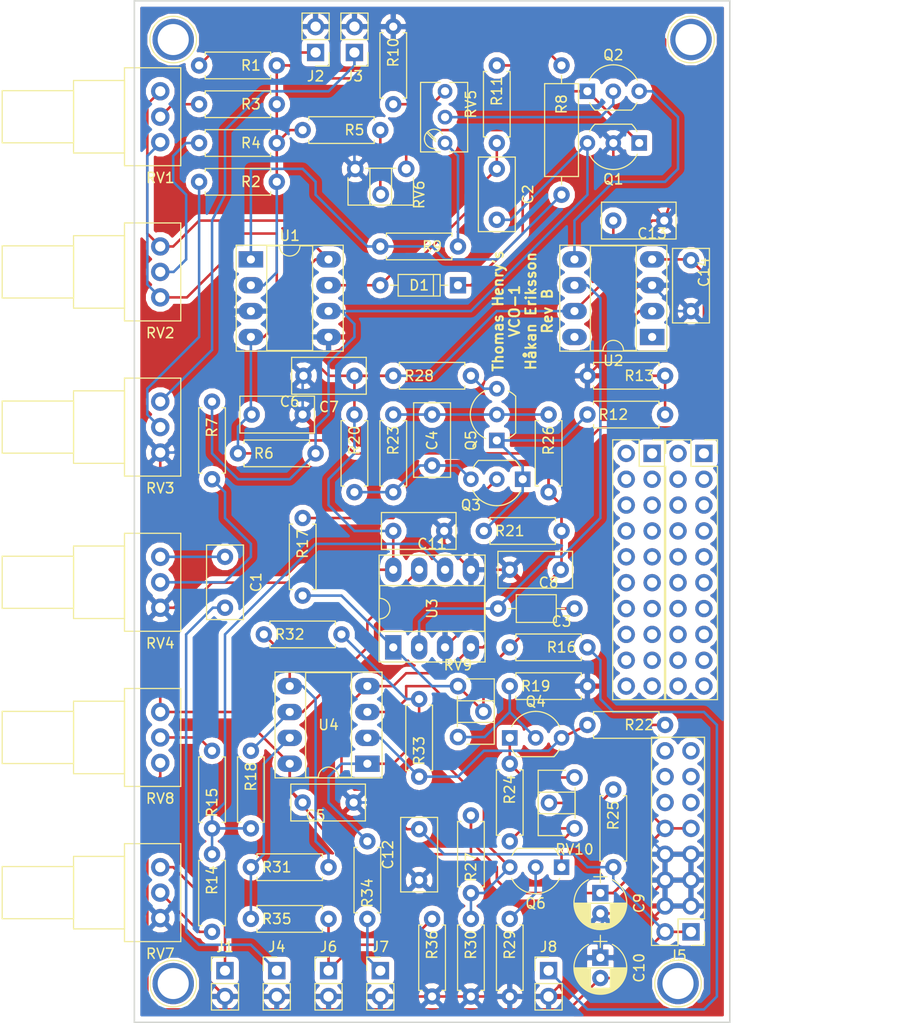
<source format=kicad_pcb>
(kicad_pcb (version 4) (host pcbnew 4.0.7)
  (layers (0 F.Cu signal) (31 B.Cu signal) (34 B.Paste user) (35 F.Paste user) (36 B.SilkS user) (37 F.SilkS user) (38 B.Mask user) (39 F.Mask user) (44 Edge.Cuts user))
  (net 0 "")
  (net 1 "Net-(C1-Pad1)")
  (net 2 "Net-(C1-Pad2)")
  (net 3 "Net-(C2-Pad1)")
  (net 4 "Net-(C2-Pad2)")
  (net 5 "Net-(C3-Pad1)")
  (net 6 "Net-(C3-Pad2)")
  (net 7 "Net-(C4-Pad1)")
  (net 8 "Net-(C4-Pad2)")
  (net 9 "Net-(D1-Pad1)")
  (net 10 "Net-(J1-Pad1)")
  (net 11 GND)
  (net 12 "Net-(J2-Pad1)")
  (net 13 "Net-(J3-Pad1)")
  (net 14 +12V)
  (net 15 -12V)
  (net 16 "Net-(J6-Pad1)")
  (net 17 "Net-(J7-Pad1)")
  (net 18 "Net-(J8-Pad1)")
  (net 19 "Net-(Q1-Pad1)")
  (net 20 "Net-(Q2-Pad2)")
  (net 21 "Net-(Q2-Pad3)")
  (net 22 "Net-(Q3-Pad2)")
  (net 23 "Net-(Q3-Pad1)")
  (net 24 "Net-(Q4-Pad2)")
  (net 25 "Net-(Q4-Pad3)")
  (net 26 "Net-(Q4-Pad1)")
  (net 27 "Net-(Q5-Pad3)")
  (net 28 "Net-(Q6-Pad2)")
  (net 29 "Net-(Q6-Pad3)")
  (net 30 "Net-(Q6-Pad1)")
  (net 31 "Net-(R1-Pad1)")
  (net 32 "Net-(R2-Pad2)")
  (net 33 "Net-(R3-Pad2)")
  (net 34 "Net-(R4-Pad2)")
  (net 35 "Net-(R5-Pad1)")
  (net 36 "Net-(R7-Pad2)")
  (net 37 "Net-(R8-Pad1)")
  (net 38 "Net-(R9-Pad2)")
  (net 39 "Net-(R10-Pad1)")
  (net 40 "Net-(R12-Pad2)")
  (net 41 "Net-(R14-Pad1)")
  (net 42 "Net-(R14-Pad2)")
  (net 43 "Net-(R15-Pad2)")
  (net 44 "Net-(R18-Pad1)")
  (net 45 "Net-(R25-Pad1)")
  (net 46 "Net-(R31-Pad1)")
  (net 47 "Net-(R31-Pad2)")
  (net 48 "Net-(R32-Pad1)")
  (module Socket_Strips:Socket_Strip_Straight_2x10_Pitch2.54mm (layer F.Cu) (at 189.23 81.28)
    (fp_text reference "" (at -1.27 -2.33) (layer F.SilkS))
    (fp_text value "")
    (pad 1 thru_hole rect (at 0 0) (size 1.7 1.7) (drill 1) (layers *.Cu *.Mask))
    (pad 2 thru_hole oval (at -2.54 0) (size 1.7 1.7) (drill 1) (layers *.Cu *.Mask))
    (pad 3 thru_hole oval (at 0 2.54) (size 1.7 1.7) (drill 1) (layers *.Cu *.Mask))
    (pad 4 thru_hole oval (at -2.54 2.54) (size 1.7 1.7) (drill 1) (layers *.Cu *.Mask))
    (pad 5 thru_hole oval (at 0 5.08) (size 1.7 1.7) (drill 1) (layers *.Cu *.Mask))
    (pad 6 thru_hole oval (at -2.54 5.08) (size 1.7 1.7) (drill 1) (layers *.Cu *.Mask))
    (pad 7 thru_hole oval (at 0 7.62) (size 1.7 1.7) (drill 1) (layers *.Cu *.Mask))
    (pad 8 thru_hole oval (at -2.54 7.62) (size 1.7 1.7) (drill 1) (layers *.Cu *.Mask))
    (pad 9 thru_hole oval (at 0 10.16) (size 1.7 1.7) (drill 1) (layers *.Cu *.Mask))
    (pad 10 thru_hole oval (at -2.54 10.16) (size 1.7 1.7) (drill 1) (layers *.Cu *.Mask))
    (pad 11 thru_hole oval (at 0 12.7) (size 1.7 1.7) (drill 1) (layers *.Cu *.Mask))
    (pad 12 thru_hole oval (at -2.54 12.7) (size 1.7 1.7) (drill 1) (layers *.Cu *.Mask))
    (pad 13 thru_hole oval (at 0 15.24) (size 1.7 1.7) (drill 1) (layers *.Cu *.Mask))
    (pad 14 thru_hole oval (at -2.54 15.24) (size 1.7 1.7) (drill 1) (layers *.Cu *.Mask))
    (pad 15 thru_hole oval (at 0 17.78) (size 1.7 1.7) (drill 1) (layers *.Cu *.Mask))
    (pad 16 thru_hole oval (at -2.54 17.78) (size 1.7 1.7) (drill 1) (layers *.Cu *.Mask))
    (pad 17 thru_hole oval (at 0 20.32) (size 1.7 1.7) (drill 1) (layers *.Cu *.Mask))
    (pad 18 thru_hole oval (at -2.54 20.32) (size 1.7 1.7) (drill 1) (layers *.Cu *.Mask))
    (pad 19 thru_hole oval (at 0 22.86) (size 1.7 1.7) (drill 1) (layers *.Cu *.Mask))
    (pad 20 thru_hole oval (at -2.54 22.86) (size 1.7 1.7) (drill 1) (layers *.Cu *.Mask))
  )
  (module Resistors_THT:R_Axial_DIN0207_L6.3mm_D2.5mm_P7.62mm_Horizontal (layer F.Cu) (at 163.83 46.99 90)
    (fp_text reference R10 (at 5.08 0 90) (layer F.SilkS))
    (fp_text value 820)
    (pad 1 thru_hole circle (at 0 0 90) (size 1.6 1.6) (drill 0.8) (layers *.Cu *.Mask) (net 39 "Net-(R10-Pad1)"))
    (pad 2 thru_hole oval (at 7.62 0 90) (size 1.6 1.6) (drill 0.8) (layers *.Cu *.Mask) (net 11 GND))
  )
  (module Potentiometers:Potentiometer_Alps_RK09Y_Vertical (layer F.Cu) (at 140.97 76.2 180)
    (fp_text reference RV3 (at 0 -8.5 180) (layer F.SilkS))
    (fp_text value 100k)
    (pad 3 thru_hole circle (at 0 -5 180) (size 1.8 1.8) (drill 1) (layers *.Cu *.Mask) (net 11 GND))
    (pad 2 thru_hole circle (at 0 -2.5 180) (size 1.8 1.8) (drill 1) (layers *.Cu *.Mask) (net 32 "Net-(R2-Pad2)"))
    (pad 1 thru_hole circle (at 0 0 180) (size 1.8 1.8) (drill 1) (layers *.Cu *.Mask) (net 13 "Net-(J3-Pad1)"))
  )
  (module Housings_DIP:DIP-8_W7.62mm_Socket_LongPads (layer F.Cu) (at 161.29 111.76 180)
    (fp_text reference U4 (at 3.81 3.81 180) (layer F.SilkS))
    (fp_text value TL072)
    (pad 1 thru_hole rect (at 0 0 180) (size 2.4 1.6) (drill 0.8) (layers *.Cu *.Mask) (net 48 "Net-(R32-Pad1)"))
    (pad 5 thru_hole oval (at 7.62 7.62 180) (size 2.4 1.6) (drill 0.8) (layers *.Cu *.Mask) (net 47 "Net-(R31-Pad2)"))
    (pad 2 thru_hole oval (at 0 2.54 180) (size 2.4 1.6) (drill 0.8) (layers *.Cu *.Mask) (net 25 "Net-(Q4-Pad3)"))
    (pad 6 thru_hole oval (at 7.62 5.08 180) (size 2.4 1.6) (drill 0.8) (layers *.Cu *.Mask) (net 44 "Net-(R18-Pad1)"))
    (pad 3 thru_hole oval (at 0 5.08 180) (size 2.4 1.6) (drill 0.8) (layers *.Cu *.Mask) (net 29 "Net-(Q6-Pad3)"))
    (pad 7 thru_hole oval (at 7.62 2.54 180) (size 2.4 1.6) (drill 0.8) (layers *.Cu *.Mask) (net 46 "Net-(R31-Pad1)"))
    (pad 4 thru_hole oval (at 0 7.62 180) (size 2.4 1.6) (drill 0.8) (layers *.Cu *.Mask) (net 15 -12V))
    (pad 8 thru_hole oval (at 7.62 0 180) (size 2.4 1.6) (drill 0.8) (layers *.Cu *.Mask) (net 14 +12V))
  )
  (module Capacitors_THT:C_Axial_L3.8mm_D2.6mm_P7.50mm_Horizontal (layer F.Cu) (at 181.61 96.52 180)
    (fp_text reference C3 (at 1.27 -1.27 180) (layer F.SilkS))
    (fp_text value "1n polystyrene")
    (pad 1 thru_hole circle (at 0 0 180) (size 1.6 1.6) (drill 0.8) (layers *.Cu *.Mask) (net 5 "Net-(C3-Pad1)"))
    (pad 2 thru_hole oval (at 7.5 0 180) (size 1.6 1.6) (drill 0.8) (layers *.Cu *.Mask) (net 6 "Net-(C3-Pad2)"))
  )
  (module Diodes_THT:D_DO-35_SOD27_P7.62mm_Horizontal (layer F.Cu) (at 170.18 64.77 180)
    (fp_text reference D1 (at 3.81 0 180) (layer F.SilkS))
    (fp_text value 1N914)
    (pad 1 thru_hole rect (at 0 0 180) (size 1.6 1.6) (drill 0.8) (layers *.Cu *.Mask) (net 9 "Net-(D1-Pad1)"))
    (pad 2 thru_hole oval (at 7.62 0 180) (size 1.6 1.6) (drill 0.8) (layers *.Cu *.Mask) (net 3 "Net-(C2-Pad1)"))
  )
  (module Pin_Headers:Pin_Header_Straight_1x02_Pitch2.54mm (layer F.Cu) (at 147.32 132.08)
    (fp_text reference J1 (at 0 -2.33) (layer F.SilkS))
    (fp_text value PWM)
    (pad 1 thru_hole rect (at 0 0) (size 1.7 1.7) (drill 1) (layers *.Cu *.Mask) (net 10 "Net-(J1-Pad1)"))
    (pad 2 thru_hole oval (at 0 2.54) (size 1.7 1.7) (drill 1) (layers *.Cu *.Mask) (net 11 GND))
  )
  (module Pin_Headers:Pin_Header_Straight_1x02_Pitch2.54mm (layer F.Cu) (at 156.21 41.91 180)
    (fp_text reference J2 (at 0 -2.33 180) (layer F.SilkS))
    (fp_text value 1V/OCT)
    (pad 1 thru_hole rect (at 0 0 180) (size 1.7 1.7) (drill 1) (layers *.Cu *.Mask) (net 12 "Net-(J2-Pad1)"))
    (pad 2 thru_hole oval (at 0 2.54 180) (size 1.7 1.7) (drill 1) (layers *.Cu *.Mask) (net 11 GND))
  )
  (module Pin_Headers:Pin_Header_Straight_1x02_Pitch2.54mm (layer F.Cu) (at 160.02 41.91 180)
    (fp_text reference J3 (at 0 -2.33 180) (layer F.SilkS))
    (fp_text value "EXP FM")
    (pad 1 thru_hole rect (at 0 0 180) (size 1.7 1.7) (drill 1) (layers *.Cu *.Mask) (net 13 "Net-(J3-Pad1)"))
    (pad 2 thru_hole oval (at 0 2.54 180) (size 1.7 1.7) (drill 1) (layers *.Cu *.Mask) (net 11 GND))
  )
  (module Pin_Headers:Pin_Header_Straight_1x02_Pitch2.54mm (layer F.Cu) (at 152.4 132.08)
    (fp_text reference J4 (at 0 -2.33) (layer F.SilkS))
    (fp_text value "LIN FM")
    (pad 1 thru_hole rect (at 0 0) (size 1.7 1.7) (drill 1) (layers *.Cu *.Mask) (net 2 "Net-(C1-Pad2)"))
    (pad 2 thru_hole oval (at 0 2.54) (size 1.7 1.7) (drill 1) (layers *.Cu *.Mask) (net 11 GND))
  )
  (module Pin_Headers:Pin_Header_Straight_1x02_Pitch2.54mm (layer F.Cu) (at 157.48 132.08)
    (fp_text reference J6 (at 0 -2.33) (layer F.SilkS))
    (fp_text value PULSE)
    (pad 1 thru_hole rect (at 0 0) (size 1.7 1.7) (drill 1) (layers *.Cu *.Mask) (net 16 "Net-(J6-Pad1)"))
    (pad 2 thru_hole oval (at 0 2.54) (size 1.7 1.7) (drill 1) (layers *.Cu *.Mask) (net 11 GND))
  )
  (module Pin_Headers:Pin_Header_Straight_1x02_Pitch2.54mm (layer F.Cu) (at 162.56 132.08)
    (fp_text reference J7 (at 0 -2.33) (layer F.SilkS))
    (fp_text value SINE)
    (pad 1 thru_hole rect (at 0 0) (size 1.7 1.7) (drill 1) (layers *.Cu *.Mask) (net 17 "Net-(J7-Pad1)"))
    (pad 2 thru_hole oval (at 0 2.54) (size 1.7 1.7) (drill 1) (layers *.Cu *.Mask) (net 11 GND))
  )
  (module Pin_Headers:Pin_Header_Straight_1x02_Pitch2.54mm (layer F.Cu) (at 179.07 132.08)
    (fp_text reference J8 (at 0 -2.33) (layer F.SilkS))
    (fp_text value TRIANGLE)
    (pad 1 thru_hole rect (at 0 0) (size 1.7 1.7) (drill 1) (layers *.Cu *.Mask) (net 18 "Net-(J8-Pad1)"))
    (pad 2 thru_hole oval (at 0 2.54) (size 1.7 1.7) (drill 1) (layers *.Cu *.Mask) (net 11 GND))
  )
  (module TO_SOT_Packages_THT:TO-92_Inline_Wide (layer F.Cu) (at 187.96 50.8 180)
    (fp_text reference Q1 (at 2.54 -3.56 360) (layer F.SilkS))
    (fp_text value 2N3906)
    (pad 2 thru_hole circle (at 2.54 0 270) (size 1.52 1.52) (drill 0.8) (layers *.Cu *.Mask) (net 11 GND))
    (pad 3 thru_hole circle (at 5.08 0 270) (size 1.52 1.52) (drill 0.8) (layers *.Cu *.Mask) (net 4 "Net-(C2-Pad2)"))
    (pad 1 thru_hole rect (at 0 0 270) (size 1.52 1.52) (drill 0.8) (layers *.Cu *.Mask) (net 19 "Net-(Q1-Pad1)"))
  )
  (module TO_SOT_Packages_THT:TO-92_Inline_Wide (layer F.Cu) (at 182.88 45.72)
    (fp_text reference Q2 (at 2.54 -3.56 180) (layer F.SilkS))
    (fp_text value 2N3906)
    (pad 2 thru_hole circle (at 2.54 0 90) (size 1.52 1.52) (drill 0.8) (layers *.Cu *.Mask) (net 20 "Net-(Q2-Pad2)"))
    (pad 3 thru_hole circle (at 5.08 0 90) (size 1.52 1.52) (drill 0.8) (layers *.Cu *.Mask) (net 21 "Net-(Q2-Pad3)"))
    (pad 1 thru_hole rect (at 0 0 90) (size 1.52 1.52) (drill 0.8) (layers *.Cu *.Mask) (net 19 "Net-(Q1-Pad1)"))
  )
  (module TO_SOT_Packages_THT:TO-92_Inline_Wide (layer F.Cu) (at 176.53 83.82 180)
    (fp_text reference Q3 (at 5.08 -2.54 360) (layer F.SilkS))
    (fp_text value 2N3904)
    (pad 2 thru_hole circle (at 2.54 0 270) (size 1.52 1.52) (drill 0.8) (layers *.Cu *.Mask) (net 22 "Net-(Q3-Pad2)"))
    (pad 3 thru_hole circle (at 5.08 0 270) (size 1.52 1.52) (drill 0.8) (layers *.Cu *.Mask) (net 8 "Net-(C4-Pad2)"))
    (pad 1 thru_hole rect (at 0 0 270) (size 1.52 1.52) (drill 0.8) (layers *.Cu *.Mask) (net 23 "Net-(Q3-Pad1)"))
  )
  (module TO_SOT_Packages_THT:TO-92_Inline_Wide (layer F.Cu) (at 175.26 109.22)
    (fp_text reference Q4 (at 2.54 -3.56 180) (layer F.SilkS))
    (fp_text value 2N3904)
    (pad 2 thru_hole circle (at 2.54 0 90) (size 1.52 1.52) (drill 0.8) (layers *.Cu *.Mask) (net 24 "Net-(Q4-Pad2)"))
    (pad 3 thru_hole circle (at 5.08 0 90) (size 1.52 1.52) (drill 0.8) (layers *.Cu *.Mask) (net 25 "Net-(Q4-Pad3)"))
    (pad 1 thru_hole rect (at 0 0 90) (size 1.52 1.52) (drill 0.8) (layers *.Cu *.Mask) (net 26 "Net-(Q4-Pad1)"))
  )
  (module TO_SOT_Packages_THT:TO-92_Inline_Wide (layer F.Cu) (at 173.99 80.01 90)
    (fp_text reference Q5 (at 0 -2.54 270) (layer F.SilkS))
    (fp_text value 2N3904)
    (pad 2 thru_hole circle (at 2.54 0 180) (size 1.52 1.52) (drill 0.8) (layers *.Cu *.Mask) (net 7 "Net-(C4-Pad1)"))
    (pad 3 thru_hole circle (at 5.08 0 180) (size 1.52 1.52) (drill 0.8) (layers *.Cu *.Mask) (net 27 "Net-(Q5-Pad3)"))
    (pad 1 thru_hole rect (at 0 0 180) (size 1.52 1.52) (drill 0.8) (layers *.Cu *.Mask) (net 23 "Net-(Q3-Pad1)"))
  )
  (module TO_SOT_Packages_THT:TO-92_Inline_Wide (layer F.Cu) (at 180.34 121.92 180)
    (fp_text reference Q6 (at 2.54 -3.56 360) (layer F.SilkS))
    (fp_text value 2N3904)
    (pad 2 thru_hole circle (at 2.54 0 270) (size 1.52 1.52) (drill 0.8) (layers *.Cu *.Mask) (net 28 "Net-(Q6-Pad2)"))
    (pad 3 thru_hole circle (at 5.08 0 270) (size 1.52 1.52) (drill 0.8) (layers *.Cu *.Mask) (net 29 "Net-(Q6-Pad3)"))
    (pad 1 thru_hole rect (at 0 0 270) (size 1.52 1.52) (drill 0.8) (layers *.Cu *.Mask) (net 30 "Net-(Q6-Pad1)"))
  )
  (module Resistors_THT:R_Axial_DIN0309_L9.0mm_D3.2mm_P12.70mm_Horizontal (layer F.Cu) (at 180.34 55.88 90)
    (fp_text reference R8 (at 8.89 0 90) (layer F.SilkS))
    (fp_text value "2k +3500ppm/C thermistor")
    (pad 1 thru_hole circle (at 0 0 90) (size 1.6 1.6) (drill 0.8) (layers *.Cu *.Mask) (net 37 "Net-(R8-Pad1)"))
    (pad 2 thru_hole oval (at 12.7 0 90) (size 1.6 1.6) (drill 0.8) (layers *.Cu *.Mask) (net 31 "Net-(R1-Pad1)"))
  )
  (module Potentiometers:Potentiometer_Alps_RK09Y_Vertical (layer F.Cu) (at 140.97 45.72 180)
    (fp_text reference RV1 (at 0 -8.5 180) (layer F.SilkS))
    (fp_text value 100k)
    (pad 3 thru_hole circle (at 0 -5 180) (size 1.8 1.8) (drill 1) (layers *.Cu *.Mask) (net 15 -12V))
    (pad 2 thru_hole circle (at 0 -2.5 180) (size 1.8 1.8) (drill 1) (layers *.Cu *.Mask) (net 33 "Net-(R3-Pad2)"))
    (pad 1 thru_hole circle (at 0 0 180) (size 1.8 1.8) (drill 1) (layers *.Cu *.Mask) (net 14 +12V))
  )
  (module Potentiometers:Potentiometer_Alps_RK09Y_Vertical (layer F.Cu) (at 140.97 60.96 180)
    (fp_text reference RV2 (at 0 -8.5 180) (layer F.SilkS))
    (fp_text value 100k)
    (pad 3 thru_hole circle (at 0 -5 180) (size 1.8 1.8) (drill 1) (layers *.Cu *.Mask) (net 15 -12V))
    (pad 2 thru_hole circle (at 0 -2.5 180) (size 1.8 1.8) (drill 1) (layers *.Cu *.Mask) (net 34 "Net-(R4-Pad2)"))
    (pad 1 thru_hole circle (at 0 0 180) (size 1.8 1.8) (drill 1) (layers *.Cu *.Mask) (net 14 +12V))
  )
  (module Potentiometers:Potentiometer_Alps_RK09Y_Vertical (layer F.Cu) (at 140.97 91.44 180)
    (fp_text reference RV4 (at 0 -8.5 180) (layer F.SilkS))
    (fp_text value 100k)
    (pad 3 thru_hole circle (at 0 -5 180) (size 1.8 1.8) (drill 1) (layers *.Cu *.Mask) (net 11 GND))
    (pad 2 thru_hole circle (at 0 -2.5 180) (size 1.8 1.8) (drill 1) (layers *.Cu *.Mask) (net 36 "Net-(R7-Pad2)"))
    (pad 1 thru_hole circle (at 0 0 180) (size 1.8 1.8) (drill 1) (layers *.Cu *.Mask) (net 1 "Net-(C1-Pad1)"))
  )
  (module Potentiometers:Potentiometer_Trimmer_Bourns_3266Y (layer F.Cu) (at 168.91 50.8 270)
    (fp_text reference RV5 (at -3.81 -2.54 270) (layer F.SilkS))
    (fp_text value 100)
    (pad 1 thru_hole circle (at 0 0 270) (size 1.44 1.44) (drill 0.8) (layers *.Cu *.Mask) (net 38 "Net-(R9-Pad2)"))
    (pad 2 thru_hole circle (at -2.54 0 270) (size 1.44 1.44) (drill 0.8) (layers *.Cu *.Mask) (net 20 "Net-(Q2-Pad2)"))
    (pad 3 thru_hole circle (at -5.08 0 270) (size 1.44 1.44) (drill 0.8) (layers *.Cu *.Mask) (net 39 "Net-(R10-Pad1)"))
  )
  (module Potentiometers:Potentiometer_Alps_RK09Y_Vertical (layer F.Cu) (at 140.97 121.92 180)
    (fp_text reference RV7 (at 0 -8.5 180) (layer F.SilkS))
    (fp_text value 100k)
    (pad 3 thru_hole circle (at 0 -5 180) (size 1.8 1.8) (drill 1) (layers *.Cu *.Mask) (net 11 GND))
    (pad 2 thru_hole circle (at 0 -2.5 180) (size 1.8 1.8) (drill 1) (layers *.Cu *.Mask) (net 42 "Net-(R14-Pad2)"))
    (pad 1 thru_hole circle (at 0 0 180) (size 1.8 1.8) (drill 1) (layers *.Cu *.Mask) (net 10 "Net-(J1-Pad1)"))
  )
  (module Potentiometers:Potentiometer_Alps_RK09Y_Vertical (layer F.Cu) (at 140.97 106.68 180)
    (fp_text reference RV8 (at 0 -8.5 180) (layer F.SilkS))
    (fp_text value 100k)
    (pad 3 thru_hole circle (at 0 -5 180) (size 1.8 1.8) (drill 1) (layers *.Cu *.Mask) (net 15 -12V))
    (pad 2 thru_hole circle (at 0 -2.5 180) (size 1.8 1.8) (drill 1) (layers *.Cu *.Mask) (net 43 "Net-(R15-Pad2)"))
    (pad 1 thru_hole circle (at 0 0 180) (size 1.8 1.8) (drill 1) (layers *.Cu *.Mask) (net 14 +12V))
  )
  (module Housings_DIP:DIP-8_W7.62mm_Socket_LongPads (layer F.Cu) (at 149.86 62.23)
    (fp_text reference U1 (at 3.81 -2.33) (layer F.SilkS))
    (fp_text value TL072)
    (pad 1 thru_hole rect (at 0 0) (size 2.4 1.6) (drill 0.8) (layers *.Cu *.Mask) (net 37 "Net-(R8-Pad1)"))
    (pad 5 thru_hole oval (at 7.62 7.62) (size 2.4 1.6) (drill 0.8) (layers *.Cu *.Mask) (net 11 GND))
    (pad 2 thru_hole oval (at 0 2.54) (size 2.4 1.6) (drill 0.8) (layers *.Cu *.Mask) (net 31 "Net-(R1-Pad1)"))
    (pad 6 thru_hole oval (at 7.62 5.08) (size 2.4 1.6) (drill 0.8) (layers *.Cu *.Mask) (net 4 "Net-(C2-Pad2)"))
    (pad 3 thru_hole oval (at 0 5.08) (size 2.4 1.6) (drill 0.8) (layers *.Cu *.Mask) (net 11 GND))
    (pad 7 thru_hole oval (at 7.62 2.54) (size 2.4 1.6) (drill 0.8) (layers *.Cu *.Mask) (net 3 "Net-(C2-Pad1)"))
    (pad 4 thru_hole oval (at 0 7.62) (size 2.4 1.6) (drill 0.8) (layers *.Cu *.Mask) (net 15 -12V))
    (pad 8 thru_hole oval (at 7.62 0) (size 2.4 1.6) (drill 0.8) (layers *.Cu *.Mask) (net 14 +12V))
  )
  (module Housings_DIP:DIP-8_W7.62mm_Socket_LongPads (layer F.Cu) (at 189.23 69.85 180)
    (fp_text reference U2 (at 3.81 -2.33 180) (layer F.SilkS))
    (fp_text value CA3080)
    (pad 1 thru_hole rect (at 0 0 180) (size 2.4 1.6) (drill 0.8) (layers *.Cu *.Mask))
    (pad 5 thru_hole oval (at 7.62 7.62 180) (size 2.4 1.6) (drill 0.8) (layers *.Cu *.Mask) (net 21 "Net-(Q2-Pad3)"))
    (pad 2 thru_hole oval (at 0 2.54 180) (size 2.4 1.6) (drill 0.8) (layers *.Cu *.Mask) (net 40 "Net-(R12-Pad2)"))
    (pad 6 thru_hole oval (at 7.62 5.08 180) (size 2.4 1.6) (drill 0.8) (layers *.Cu *.Mask) (net 6 "Net-(C3-Pad2)"))
    (pad 3 thru_hole oval (at 0 5.08 180) (size 2.4 1.6) (drill 0.8) (layers *.Cu *.Mask) (net 11 GND))
    (pad 7 thru_hole oval (at 7.62 2.54 180) (size 2.4 1.6) (drill 0.8) (layers *.Cu *.Mask) (net 14 +12V))
    (pad 4 thru_hole oval (at 0 7.62 180) (size 2.4 1.6) (drill 0.8) (layers *.Cu *.Mask) (net 15 -12V))
    (pad 8 thru_hole oval (at 7.62 0 180) (size 2.4 1.6) (drill 0.8) (layers *.Cu *.Mask))
  )
  (module Housings_DIP:DIP-8_W7.62mm_Socket_LongPads (layer F.Cu) (at 163.83 100.33 90)
    (fp_text reference U3 (at 3.81 3.81 90) (layer F.SilkS))
    (fp_text value TL072)
    (pad 1 thru_hole rect (at 0 0 90) (size 2.4 1.6) (drill 0.8) (layers *.Cu *.Mask) (net 5 "Net-(C3-Pad1)"))
    (pad 5 thru_hole oval (at 7.62 7.62 90) (size 2.4 1.6) (drill 0.8) (layers *.Cu *.Mask) (net 11 GND))
    (pad 2 thru_hole oval (at 0 2.54 90) (size 2.4 1.6) (drill 0.8) (layers *.Cu *.Mask) (net 6 "Net-(C3-Pad2)"))
    (pad 6 thru_hole oval (at 7.62 5.08 90) (size 2.4 1.6) (drill 0.8) (layers *.Cu *.Mask) (net 41 "Net-(R14-Pad1)"))
    (pad 3 thru_hole oval (at 0 5.08 90) (size 2.4 1.6) (drill 0.8) (layers *.Cu *.Mask) (net 11 GND))
    (pad 7 thru_hole oval (at 7.62 2.54 90) (size 2.4 1.6) (drill 0.8) (layers *.Cu *.Mask) (net 44 "Net-(R18-Pad1)"))
    (pad 4 thru_hole oval (at 0 7.62 90) (size 2.4 1.6) (drill 0.8) (layers *.Cu *.Mask) (net 15 -12V))
    (pad 8 thru_hole oval (at 7.62 0 90) (size 2.4 1.6) (drill 0.8) (layers *.Cu *.Mask) (net 14 +12V))
  )
  (module Connectors:1pin (layer F.Cu) (at 142.24 133.35)
    (fp_text reference "" (at 0 -3.048) (layer F.SilkS))
    (fp_text value "")
    (pad 1 thru_hole circle (at 0 0) (size 4.064 4.064) (drill 3.048) (layers *.Cu *.Mask))
  )
  (module Connectors:1pin (layer F.Cu) (at 142.24 40.64)
    (fp_text reference "" (at 0 -3.048) (layer F.SilkS))
    (fp_text value "")
    (pad 1 thru_hole circle (at 0 0) (size 4.064 4.064) (drill 3.048) (layers *.Cu *.Mask))
  )
  (module Connectors:1pin (layer F.Cu) (at 193.04 40.64)
    (fp_text reference "" (at 0 -3.048) (layer F.SilkS))
    (fp_text value "")
    (pad 1 thru_hole circle (at 0 0) (size 4.064 4.064) (drill 3.048) (layers *.Cu *.Mask))
  )
  (module Connectors:1pin (layer F.Cu) (at 191.77 133.35)
    (fp_text reference "" (at 0 -3.048) (layer F.SilkS))
    (fp_text value "")
    (pad 1 thru_hole circle (at 0 0) (size 4.064 4.064) (drill 3.048) (layers *.Cu *.Mask))
  )
  (module Capacitors_THT:C_Rect_L7.2mm_W3.5mm_P5.00mm_FKS2_FKP2_MKS2_MKP2 (layer F.Cu) (at 147.32 91.44 270)
    (fp_text reference C1 (at 2.5 -3.06 270) (layer F.SilkS))
    (fp_text value 220n)
    (pad 1 thru_hole circle (at 0 0 270) (size 1.6 1.6) (drill 0.8) (layers *.Cu *.Mask) (net 1 "Net-(C1-Pad1)"))
    (pad 2 thru_hole circle (at 5 0 270) (size 1.6 1.6) (drill 0.8) (layers *.Cu *.Mask) (net 2 "Net-(C1-Pad2)"))
  )
  (module Capacitors_THT:C_Rect_L7.2mm_W3.5mm_P5.00mm_FKS2_FKP2_MKS2_MKP2 (layer F.Cu) (at 173.99 53.34 270)
    (fp_text reference C2 (at 2.5 -3.06 270) (layer F.SilkS))
    (fp_text value 1n)
    (pad 1 thru_hole circle (at 0 0 270) (size 1.6 1.6) (drill 0.8) (layers *.Cu *.Mask) (net 3 "Net-(C2-Pad1)"))
    (pad 2 thru_hole circle (at 5 0 270) (size 1.6 1.6) (drill 0.8) (layers *.Cu *.Mask) (net 4 "Net-(C2-Pad2)"))
  )
  (module Capacitors_THT:C_Rect_L7.2mm_W3.5mm_P5.00mm_FKS2_FKP2_MKS2_MKP2 (layer F.Cu) (at 167.64 77.47 270)
    (fp_text reference C4 (at 2.54 0 270) (layer F.SilkS))
    (fp_text value 47p)
    (pad 1 thru_hole circle (at 0 0 270) (size 1.6 1.6) (drill 0.8) (layers *.Cu *.Mask) (net 7 "Net-(C4-Pad1)"))
    (pad 2 thru_hole circle (at 5 0 270) (size 1.6 1.6) (drill 0.8) (layers *.Cu *.Mask) (net 8 "Net-(C4-Pad2)"))
  )
  (module Capacitors_THT:C_Rect_L7.2mm_W3.5mm_P5.00mm_FKS2_FKP2_MKS2_MKP2 (layer F.Cu) (at 154.94 115.57)
    (fp_text reference C5 (at 1.27 1.27) (layer F.SilkS))
    (fp_text value 10nF)
    (pad 1 thru_hole circle (at 0 0) (size 1.6 1.6) (drill 0.8) (layers *.Cu *.Mask) (net 14 +12V))
    (pad 2 thru_hole circle (at 5 0) (size 1.6 1.6) (drill 0.8) (layers *.Cu *.Mask) (net 11 GND))
  )
  (module Capacitors_THT:C_Rect_L7.2mm_W3.5mm_P5.00mm_FKS2_FKP2_MKS2_MKP2 (layer F.Cu) (at 154.94 77.47 180)
    (fp_text reference C6 (at 1.27 1.27 180) (layer F.SilkS))
    (fp_text value 10nF)
    (pad 1 thru_hole circle (at 0 0 180) (size 1.6 1.6) (drill 0.8) (layers *.Cu *.Mask) (net 11 GND))
    (pad 2 thru_hole circle (at 5 0 180) (size 1.6 1.6) (drill 0.8) (layers *.Cu *.Mask) (net 15 -12V))
  )
  (module Capacitors_THT:C_Rect_L7.2mm_W3.5mm_P5.00mm_FKS2_FKP2_MKS2_MKP2 (layer F.Cu) (at 160.02 73.66 180)
    (fp_text reference C7 (at 2.5 -3.06 180) (layer F.SilkS))
    (fp_text value 10nF)
    (pad 1 thru_hole circle (at 0 0 180) (size 1.6 1.6) (drill 0.8) (layers *.Cu *.Mask) (net 14 +12V))
    (pad 2 thru_hole circle (at 5 0 180) (size 1.6 1.6) (drill 0.8) (layers *.Cu *.Mask) (net 11 GND))
  )
  (module Capacitors_THT:C_Rect_L7.2mm_W3.5mm_P5.00mm_FKS2_FKP2_MKS2_MKP2 (layer F.Cu) (at 175.26 92.71)
    (fp_text reference C8 (at 3.81 1.27) (layer F.SilkS))
    (fp_text value 10nF)
    (pad 1 thru_hole circle (at 0 0) (size 1.6 1.6) (drill 0.8) (layers *.Cu *.Mask) (net 11 GND))
    (pad 2 thru_hole circle (at 5 0) (size 1.6 1.6) (drill 0.8) (layers *.Cu *.Mask) (net 15 -12V))
  )
  (module Capacitors_THT:CP_Radial_D5.0mm_P2.00mm (layer F.Cu) (at 184.15 124.46 270)
    (fp_text reference C9 (at 1 -3.81 270) (layer F.SilkS))
    (fp_text value 10uF)
    (pad 1 thru_hole rect (at 0 0 270) (size 1.6 1.6) (drill 0.8) (layers *.Cu *.Mask) (net 14 +12V))
    (pad 2 thru_hole circle (at 2 0 270) (size 1.6 1.6) (drill 0.8) (layers *.Cu *.Mask) (net 11 GND))
  )
  (module Capacitors_THT:CP_Radial_D5.0mm_P2.00mm (layer F.Cu) (at 184.15 130.81 270)
    (fp_text reference C10 (at 1 -3.81 270) (layer F.SilkS))
    (fp_text value 10uF)
    (pad 1 thru_hole rect (at 0 0 270) (size 1.6 1.6) (drill 0.8) (layers *.Cu *.Mask) (net 11 GND))
    (pad 2 thru_hole circle (at 2 0 270) (size 1.6 1.6) (drill 0.8) (layers *.Cu *.Mask) (net 15 -12V))
  )
  (module Capacitors_THT:C_Rect_L7.2mm_W3.5mm_P5.00mm_FKS2_FKP2_MKS2_MKP2 (layer F.Cu) (at 163.83 88.9)
    (fp_text reference C11 (at 3.81 1.27) (layer F.SilkS))
    (fp_text value 10nF)
    (pad 1 thru_hole circle (at 0 0) (size 1.6 1.6) (drill 0.8) (layers *.Cu *.Mask) (net 14 +12V))
    (pad 2 thru_hole circle (at 5 0) (size 1.6 1.6) (drill 0.8) (layers *.Cu *.Mask) (net 11 GND))
  )
  (module Capacitors_THT:C_Rect_L7.2mm_W3.5mm_P5.00mm_FKS2_FKP2_MKS2_MKP2 (layer F.Cu) (at 166.37 123.19 90)
    (fp_text reference C12 (at 2.5 -3.06 90) (layer F.SilkS))
    (fp_text value 10nF)
    (pad 1 thru_hole circle (at 0 0 90) (size 1.6 1.6) (drill 0.8) (layers *.Cu *.Mask) (net 11 GND))
    (pad 2 thru_hole circle (at 5 0 90) (size 1.6 1.6) (drill 0.8) (layers *.Cu *.Mask) (net 15 -12V))
  )
  (module Capacitors_THT:C_Rect_L7.2mm_W3.5mm_P5.00mm_FKS2_FKP2_MKS2_MKP2 (layer F.Cu) (at 185.42 58.42)
    (fp_text reference C13 (at 3.81 1.27) (layer F.SilkS))
    (fp_text value 10nF)
    (pad 1 thru_hole circle (at 0 0) (size 1.6 1.6) (drill 0.8) (layers *.Cu *.Mask) (net 14 +12V))
    (pad 2 thru_hole circle (at 5 0) (size 1.6 1.6) (drill 0.8) (layers *.Cu *.Mask) (net 11 GND))
  )
  (module Capacitors_THT:C_Rect_L7.2mm_W3.5mm_P5.00mm_FKS2_FKP2_MKS2_MKP2 (layer F.Cu) (at 193.04 67.31 90)
    (fp_text reference C14 (at 3.81 1.27 90) (layer F.SilkS))
    (fp_text value 10nF)
    (pad 1 thru_hole circle (at 0 0 90) (size 1.6 1.6) (drill 0.8) (layers *.Cu *.Mask) (net 11 GND))
    (pad 2 thru_hole circle (at 5 0 90) (size 1.6 1.6) (drill 0.8) (layers *.Cu *.Mask) (net 15 -12V))
  )
  (module Resistors_THT:R_Axial_DIN0207_L6.3mm_D2.5mm_P7.62mm_Horizontal (layer F.Cu) (at 152.4 43.18 180)
    (fp_text reference R1 (at 2.54 0 180) (layer F.SilkS))
    (fp_text value 100k)
    (pad 1 thru_hole circle (at 0 0 180) (size 1.6 1.6) (drill 0.8) (layers *.Cu *.Mask) (net 31 "Net-(R1-Pad1)"))
    (pad 2 thru_hole oval (at 7.62 0 180) (size 1.6 1.6) (drill 0.8) (layers *.Cu *.Mask) (net 12 "Net-(J2-Pad1)"))
  )
  (module Resistors_THT:R_Axial_DIN0207_L6.3mm_D2.5mm_P7.62mm_Horizontal (layer F.Cu) (at 152.4 54.61 180)
    (fp_text reference R2 (at 2.54 0 180) (layer F.SilkS))
    (fp_text value 100k)
    (pad 1 thru_hole circle (at 0 0 180) (size 1.6 1.6) (drill 0.8) (layers *.Cu *.Mask) (net 31 "Net-(R1-Pad1)"))
    (pad 2 thru_hole oval (at 7.62 0 180) (size 1.6 1.6) (drill 0.8) (layers *.Cu *.Mask) (net 32 "Net-(R2-Pad2)"))
  )
  (module Resistors_THT:R_Axial_DIN0207_L6.3mm_D2.5mm_P7.62mm_Horizontal (layer F.Cu) (at 152.4 46.99 180)
    (fp_text reference R3 (at 2.54 0 180) (layer F.SilkS))
    (fp_text value 100k)
    (pad 1 thru_hole circle (at 0 0 180) (size 1.6 1.6) (drill 0.8) (layers *.Cu *.Mask) (net 31 "Net-(R1-Pad1)"))
    (pad 2 thru_hole oval (at 7.62 0 180) (size 1.6 1.6) (drill 0.8) (layers *.Cu *.Mask) (net 33 "Net-(R3-Pad2)"))
  )
  (module Resistors_THT:R_Axial_DIN0207_L6.3mm_D2.5mm_P7.62mm_Horizontal (layer F.Cu) (at 152.4 50.8 180)
    (fp_text reference R4 (at 2.54 0 180) (layer F.SilkS))
    (fp_text value 3.3M)
    (pad 1 thru_hole circle (at 0 0 180) (size 1.6 1.6) (drill 0.8) (layers *.Cu *.Mask) (net 31 "Net-(R1-Pad1)"))
    (pad 2 thru_hole oval (at 7.62 0 180) (size 1.6 1.6) (drill 0.8) (layers *.Cu *.Mask) (net 34 "Net-(R4-Pad2)"))
  )
  (module Resistors_THT:R_Axial_DIN0207_L6.3mm_D2.5mm_P7.62mm_Horizontal (layer F.Cu) (at 162.56 49.53 180)
    (fp_text reference R5 (at 2.54 0 180) (layer F.SilkS))
    (fp_text value 2.2M)
    (pad 1 thru_hole circle (at 0 0 180) (size 1.6 1.6) (drill 0.8) (layers *.Cu *.Mask) (net 35 "Net-(R5-Pad1)"))
    (pad 2 thru_hole oval (at 7.62 0 180) (size 1.6 1.6) (drill 0.8) (layers *.Cu *.Mask) (net 31 "Net-(R1-Pad1)"))
  )
  (module Resistors_THT:R_Axial_DIN0207_L6.3mm_D2.5mm_P7.62mm_Horizontal (layer F.Cu) (at 156.21 81.28 180)
    (fp_text reference R6 (at 5.08 0 180) (layer F.SilkS))
    (fp_text value 1.2M)
    (pad 1 thru_hole circle (at 0 0 180) (size 1.6 1.6) (drill 0.8) (layers *.Cu *.Mask) (net 4 "Net-(C2-Pad2)"))
    (pad 2 thru_hole oval (at 7.62 0 180) (size 1.6 1.6) (drill 0.8) (layers *.Cu *.Mask) (net 15 -12V))
  )
  (module Resistors_THT:R_Axial_DIN0207_L6.3mm_D2.5mm_P7.62mm_Horizontal (layer F.Cu) (at 146.05 76.2 270)
    (fp_text reference R7 (at 2.54 0 270) (layer F.SilkS))
    (fp_text value 1M)
    (pad 1 thru_hole circle (at 0 0 270) (size 1.6 1.6) (drill 0.8) (layers *.Cu *.Mask) (net 4 "Net-(C2-Pad2)"))
    (pad 2 thru_hole oval (at 7.62 0 270) (size 1.6 1.6) (drill 0.8) (layers *.Cu *.Mask) (net 36 "Net-(R7-Pad2)"))
  )
  (module Resistors_THT:R_Axial_DIN0207_L6.3mm_D2.5mm_P7.62mm_Horizontal (layer F.Cu) (at 162.56 60.96)
    (fp_text reference R9 (at 5.08 0) (layer F.SilkS))
    (fp_text value 47)
    (pad 1 thru_hole circle (at 0 0) (size 1.6 1.6) (drill 0.8) (layers *.Cu *.Mask) (net 37 "Net-(R8-Pad1)"))
    (pad 2 thru_hole oval (at 7.62 0) (size 1.6 1.6) (drill 0.8) (layers *.Cu *.Mask) (net 38 "Net-(R9-Pad2)"))
  )
  (module Resistors_THT:R_Axial_DIN0207_L6.3mm_D2.5mm_P7.62mm_Horizontal (layer F.Cu) (at 173.99 43.18 270)
    (fp_text reference R11 (at 2.54 0 270) (layer F.SilkS))
    (fp_text value 22k)
    (pad 1 thru_hole circle (at 0 0 270) (size 1.6 1.6) (drill 0.8) (layers *.Cu *.Mask) (net 19 "Net-(Q1-Pad1)"))
    (pad 2 thru_hole oval (at 7.62 0 270) (size 1.6 1.6) (drill 0.8) (layers *.Cu *.Mask) (net 3 "Net-(C2-Pad1)"))
  )
  (module Resistors_THT:R_Axial_DIN0207_L6.3mm_D2.5mm_P7.62mm_Horizontal (layer F.Cu) (at 182.88 77.47)
    (fp_text reference R12 (at 2.54 0) (layer F.SilkS))
    (fp_text value 100k)
    (pad 1 thru_hole circle (at 0 0) (size 1.6 1.6) (drill 0.8) (layers *.Cu *.Mask) (net 23 "Net-(Q3-Pad1)"))
    (pad 2 thru_hole oval (at 7.62 0) (size 1.6 1.6) (drill 0.8) (layers *.Cu *.Mask) (net 40 "Net-(R12-Pad2)"))
  )
  (module Resistors_THT:R_Axial_DIN0207_L6.3mm_D2.5mm_P7.62mm_Horizontal (layer F.Cu) (at 190.5 73.66 180)
    (fp_text reference R13 (at 2.54 0 180) (layer F.SilkS))
    (fp_text value 10k)
    (pad 1 thru_hole circle (at 0 0 180) (size 1.6 1.6) (drill 0.8) (layers *.Cu *.Mask) (net 40 "Net-(R12-Pad2)"))
    (pad 2 thru_hole oval (at 7.62 0 180) (size 1.6 1.6) (drill 0.8) (layers *.Cu *.Mask) (net 11 GND))
  )
  (module Resistors_THT:R_Axial_DIN0207_L6.3mm_D2.5mm_P7.62mm_Horizontal (layer F.Cu) (at 146.05 120.65 270)
    (fp_text reference R14 (at 2.54 0 270) (layer F.SilkS))
    (fp_text value 100k)
    (pad 1 thru_hole circle (at 0 0 270) (size 1.6 1.6) (drill 0.8) (layers *.Cu *.Mask) (net 41 "Net-(R14-Pad1)"))
    (pad 2 thru_hole oval (at 7.62 0 270) (size 1.6 1.6) (drill 0.8) (layers *.Cu *.Mask) (net 42 "Net-(R14-Pad2)"))
  )
  (module Resistors_THT:R_Axial_DIN0207_L6.3mm_D2.5mm_P7.62mm_Horizontal (layer F.Cu) (at 146.05 118.11 90)
    (fp_text reference R15 (at 2.54 0 90) (layer F.SilkS))
    (fp_text value 330k)
    (pad 1 thru_hole circle (at 0 0 90) (size 1.6 1.6) (drill 0.8) (layers *.Cu *.Mask) (net 41 "Net-(R14-Pad1)"))
    (pad 2 thru_hole oval (at 7.62 0 90) (size 1.6 1.6) (drill 0.8) (layers *.Cu *.Mask) (net 43 "Net-(R15-Pad2)"))
  )
  (module Resistors_THT:R_Axial_DIN0207_L6.3mm_D2.5mm_P7.62mm_Horizontal (layer F.Cu) (at 182.88 100.33 180)
    (fp_text reference R16 (at 2.54 0 180) (layer F.SilkS))
    (fp_text value 1k)
    (pad 1 thru_hole circle (at 0 0 180) (size 1.6 1.6) (drill 0.8) (layers *.Cu *.Mask) (net 18 "Net-(J8-Pad1)"))
    (pad 2 thru_hole oval (at 7.62 0 180) (size 1.6 1.6) (drill 0.8) (layers *.Cu *.Mask) (net 5 "Net-(C3-Pad1)"))
  )
  (module Resistors_THT:R_Axial_DIN0207_L6.3mm_D2.5mm_P7.62mm_Horizontal (layer F.Cu) (at 154.94 87.63 270)
    (fp_text reference R17 (at 2.54 0 270) (layer F.SilkS))
    (fp_text value 27k)
    (pad 1 thru_hole circle (at 0 0 270) (size 1.6 1.6) (drill 0.8) (layers *.Cu *.Mask) (net 22 "Net-(Q3-Pad2)"))
    (pad 2 thru_hole oval (at 7.62 0 270) (size 1.6 1.6) (drill 0.8) (layers *.Cu *.Mask) (net 5 "Net-(C3-Pad1)"))
  )
  (module Resistors_THT:R_Axial_DIN0207_L6.3mm_D2.5mm_P7.62mm_Horizontal (layer F.Cu) (at 149.86 110.49 270)
    (fp_text reference R18 (at 2.54 0 270) (layer F.SilkS))
    (fp_text value 150k)
    (pad 1 thru_hole circle (at 0 0 270) (size 1.6 1.6) (drill 0.8) (layers *.Cu *.Mask) (net 44 "Net-(R18-Pad1)"))
    (pad 2 thru_hole oval (at 7.62 0 270) (size 1.6 1.6) (drill 0.8) (layers *.Cu *.Mask) (net 41 "Net-(R14-Pad1)"))
  )
  (module Resistors_THT:R_Axial_DIN0207_L6.3mm_D2.5mm_P7.62mm_Horizontal (layer F.Cu) (at 175.26 104.14)
    (fp_text reference R19 (at 2.54 0) (layer F.SilkS))
    (fp_text value 2.2k)
    (pad 1 thru_hole circle (at 0 0) (size 1.6 1.6) (drill 0.8) (layers *.Cu *.Mask) (net 24 "Net-(Q4-Pad2)"))
    (pad 2 thru_hole oval (at 7.62 0) (size 1.6 1.6) (drill 0.8) (layers *.Cu *.Mask) (net 11 GND))
  )
  (module Resistors_THT:R_Axial_DIN0207_L6.3mm_D2.5mm_P7.62mm_Horizontal (layer F.Cu) (at 160.02 77.47 270)
    (fp_text reference R20 (at 2.54 0 270) (layer F.SilkS))
    (fp_text value 24k)
    (pad 1 thru_hole circle (at 0 0 270) (size 1.6 1.6) (drill 0.8) (layers *.Cu *.Mask) (net 14 +12V))
    (pad 2 thru_hole oval (at 7.62 0 270) (size 1.6 1.6) (drill 0.8) (layers *.Cu *.Mask) (net 8 "Net-(C4-Pad2)"))
  )
  (module Resistors_THT:R_Axial_DIN0207_L6.3mm_D2.5mm_P7.62mm_Horizontal (layer F.Cu) (at 172.72 88.9)
    (fp_text reference R21 (at 2.54 0) (layer F.SilkS))
    (fp_text value 10k)
    (pad 1 thru_hole circle (at 0 0) (size 1.6 1.6) (drill 0.8) (layers *.Cu *.Mask) (net 23 "Net-(Q3-Pad1)"))
    (pad 2 thru_hole oval (at 7.62 0) (size 1.6 1.6) (drill 0.8) (layers *.Cu *.Mask) (net 15 -12V))
  )
  (module Resistors_THT:R_Axial_DIN0207_L6.3mm_D2.5mm_P7.62mm_Horizontal (layer F.Cu) (at 190.5 107.95 180)
    (fp_text reference R22 (at 2.54 0 180) (layer F.SilkS))
    (fp_text value 10k)
    (pad 1 thru_hole circle (at 0 0 180) (size 1.6 1.6) (drill 0.8) (layers *.Cu *.Mask) (net 14 +12V))
    (pad 2 thru_hole oval (at 7.62 0 180) (size 1.6 1.6) (drill 0.8) (layers *.Cu *.Mask) (net 25 "Net-(Q4-Pad3)"))
  )
  (module Resistors_THT:R_Axial_DIN0207_L6.3mm_D2.5mm_P7.62mm_Horizontal (layer F.Cu) (at 163.83 77.47 270)
    (fp_text reference R23 (at 2.54 0 270) (layer F.SilkS))
    (fp_text value 18k)
    (pad 1 thru_hole circle (at 0 0 270) (size 1.6 1.6) (drill 0.8) (layers *.Cu *.Mask) (net 7 "Net-(C4-Pad1)"))
    (pad 2 thru_hole oval (at 7.62 0 270) (size 1.6 1.6) (drill 0.8) (layers *.Cu *.Mask) (net 8 "Net-(C4-Pad2)"))
  )
  (module Resistors_THT:R_Axial_DIN0207_L6.3mm_D2.5mm_P7.62mm_Horizontal (layer F.Cu) (at 175.26 119.38 90)
    (fp_text reference R24 (at 5.08 0 90) (layer F.SilkS))
    (fp_text value 390)
    (pad 1 thru_hole circle (at 0 0 90) (size 1.6 1.6) (drill 0.8) (layers *.Cu *.Mask) (net 30 "Net-(Q6-Pad1)"))
    (pad 2 thru_hole oval (at 7.62 0 90) (size 1.6 1.6) (drill 0.8) (layers *.Cu *.Mask) (net 26 "Net-(Q4-Pad1)"))
  )
  (module Resistors_THT:R_Axial_DIN0207_L6.3mm_D2.5mm_P7.62mm_Horizontal (layer F.Cu) (at 185.42 114.3 270)
    (fp_text reference R25 (at 2.54 0 270) (layer F.SilkS))
    (fp_text value 18k)
    (pad 1 thru_hole circle (at 0 0 270) (size 1.6 1.6) (drill 0.8) (layers *.Cu *.Mask) (net 45 "Net-(R25-Pad1)"))
    (pad 2 thru_hole oval (at 7.62 0 270) (size 1.6 1.6) (drill 0.8) (layers *.Cu *.Mask) (net 15 -12V))
  )
  (module Resistors_THT:R_Axial_DIN0207_L6.3mm_D2.5mm_P7.62mm_Horizontal (layer F.Cu) (at 179.07 77.47 270)
    (fp_text reference R26 (at 2.54 0 270) (layer F.SilkS))
    (fp_text value 110k)
    (pad 1 thru_hole circle (at 0 0 270) (size 1.6 1.6) (drill 0.8) (layers *.Cu *.Mask) (net 7 "Net-(C4-Pad1)"))
    (pad 2 thru_hole oval (at 7.62 0 270) (size 1.6 1.6) (drill 0.8) (layers *.Cu *.Mask) (net 15 -12V))
  )
  (module Resistors_THT:R_Axial_DIN0207_L6.3mm_D2.5mm_P7.62mm_Horizontal (layer F.Cu) (at 171.45 116.84 270)
    (fp_text reference R27 (at 5.08 0 270) (layer F.SilkS))
    (fp_text value 10k)
    (pad 1 thru_hole circle (at 0 0 270) (size 1.6 1.6) (drill 0.8) (layers *.Cu *.Mask) (net 14 +12V))
    (pad 2 thru_hole oval (at 7.62 0 270) (size 1.6 1.6) (drill 0.8) (layers *.Cu *.Mask) (net 29 "Net-(Q6-Pad3)"))
  )
  (module Resistors_THT:R_Axial_DIN0207_L6.3mm_D2.5mm_P7.62mm_Horizontal (layer F.Cu) (at 163.83 73.66)
    (fp_text reference R28 (at 2.54 0) (layer F.SilkS))
    (fp_text value 3.9k)
    (pad 1 thru_hole circle (at 0 0) (size 1.6 1.6) (drill 0.8) (layers *.Cu *.Mask) (net 14 +12V))
    (pad 2 thru_hole oval (at 7.62 0) (size 1.6 1.6) (drill 0.8) (layers *.Cu *.Mask) (net 27 "Net-(Q5-Pad3)"))
  )
  (module Resistors_THT:R_Axial_DIN0207_L6.3mm_D2.5mm_P7.62mm_Horizontal (layer F.Cu) (at 175.26 127 270)
    (fp_text reference R29 (at 2.54 0 270) (layer F.SilkS))
    (fp_text value 2.2k)
    (pad 1 thru_hole circle (at 0 0 270) (size 1.6 1.6) (drill 0.8) (layers *.Cu *.Mask) (net 28 "Net-(Q6-Pad2)"))
    (pad 2 thru_hole oval (at 7.62 0 270) (size 1.6 1.6) (drill 0.8) (layers *.Cu *.Mask) (net 11 GND))
  )
  (module Resistors_THT:R_Axial_DIN0207_L6.3mm_D2.5mm_P7.62mm_Horizontal (layer F.Cu) (at 171.45 134.62 90)
    (fp_text reference R30 (at 5.08 0 90) (layer F.SilkS))
    (fp_text value 14k)
    (pad 1 thru_hole circle (at 0 0 90) (size 1.6 1.6) (drill 0.8) (layers *.Cu *.Mask) (net 11 GND))
    (pad 2 thru_hole oval (at 7.62 0 90) (size 1.6 1.6) (drill 0.8) (layers *.Cu *.Mask) (net 29 "Net-(Q6-Pad3)"))
  )
  (module Resistors_THT:R_Axial_DIN0207_L6.3mm_D2.5mm_P7.62mm_Horizontal (layer F.Cu) (at 149.86 121.92)
    (fp_text reference R31 (at 2.54 0) (layer F.SilkS))
    (fp_text value 2.2M)
    (pad 1 thru_hole circle (at 0 0) (size 1.6 1.6) (drill 0.8) (layers *.Cu *.Mask) (net 46 "Net-(R31-Pad1)"))
    (pad 2 thru_hole oval (at 7.62 0) (size 1.6 1.6) (drill 0.8) (layers *.Cu *.Mask) (net 47 "Net-(R31-Pad2)"))
  )
  (module Resistors_THT:R_Axial_DIN0207_L6.3mm_D2.5mm_P7.62mm_Horizontal (layer F.Cu) (at 158.75 99.06 180)
    (fp_text reference R32 (at 5.08 0 180) (layer F.SilkS))
    (fp_text value 2.2k)
    (pad 1 thru_hole circle (at 0 0 180) (size 1.6 1.6) (drill 0.8) (layers *.Cu *.Mask) (net 48 "Net-(R32-Pad1)"))
    (pad 2 thru_hole oval (at 7.62 0 180) (size 1.6 1.6) (drill 0.8) (layers *.Cu *.Mask) (net 47 "Net-(R31-Pad2)"))
  )
  (module Resistors_THT:R_Axial_DIN0207_L6.3mm_D2.5mm_P7.62mm_Horizontal (layer F.Cu) (at 166.37 105.41 270)
    (fp_text reference R33 (at 5.08 0 270) (layer F.SilkS))
    (fp_text value 14k)
    (pad 1 thru_hole circle (at 0 0 270) (size 1.6 1.6) (drill 0.8) (layers *.Cu *.Mask) (net 48 "Net-(R32-Pad1)"))
    (pad 2 thru_hole oval (at 7.62 0 270) (size 1.6 1.6) (drill 0.8) (layers *.Cu *.Mask) (net 25 "Net-(Q4-Pad3)"))
  )
  (module Resistors_THT:R_Axial_DIN0207_L6.3mm_D2.5mm_P7.62mm_Horizontal (layer F.Cu) (at 161.29 127 90)
    (fp_text reference R34 (at 2.54 0 90) (layer F.SilkS))
    (fp_text value 1k)
    (pad 1 thru_hole circle (at 0 0 90) (size 1.6 1.6) (drill 0.8) (layers *.Cu *.Mask) (net 17 "Net-(J7-Pad1)"))
    (pad 2 thru_hole oval (at 7.62 0 90) (size 1.6 1.6) (drill 0.8) (layers *.Cu *.Mask) (net 48 "Net-(R32-Pad1)"))
  )
  (module Resistors_THT:R_Axial_DIN0207_L6.3mm_D2.5mm_P7.62mm_Horizontal (layer F.Cu) (at 157.48 127 180)
    (fp_text reference R35 (at 5.08 0 180) (layer F.SilkS))
    (fp_text value 2k)
    (pad 1 thru_hole circle (at 0 0 180) (size 1.6 1.6) (drill 0.8) (layers *.Cu *.Mask) (net 16 "Net-(J6-Pad1)"))
    (pad 2 thru_hole oval (at 7.62 0 180) (size 1.6 1.6) (drill 0.8) (layers *.Cu *.Mask) (net 46 "Net-(R31-Pad1)"))
  )
  (module Resistors_THT:R_Axial_DIN0207_L6.3mm_D2.5mm_P7.62mm_Horizontal (layer F.Cu) (at 167.64 134.62 90)
    (fp_text reference R36 (at 5.08 0 90) (layer F.SilkS))
    (fp_text value 2k)
    (pad 1 thru_hole circle (at 0 0 90) (size 1.6 1.6) (drill 0.8) (layers *.Cu *.Mask) (net 11 GND))
    (pad 2 thru_hole oval (at 7.62 0 90) (size 1.6 1.6) (drill 0.8) (layers *.Cu *.Mask) (net 16 "Net-(J6-Pad1)"))
  )
  (module Potentiometers:Potentiometer_Trimmer_ACP_CA6h_Vertical (layer F.Cu) (at 165.1 53.34 270)
    (fp_text reference RV6 (at 2.54 -1.27 270) (layer F.SilkS))
    (fp_text value 100k)
    (pad 3 thru_hole circle (at 0 5 270) (size 1.62 1.62) (drill 0.9) (layers *.Cu *.Mask) (net 11 GND))
    (pad 2 thru_hole circle (at 2.5 2.5 270) (size 1.62 1.62) (drill 0.9) (layers *.Cu *.Mask) (net 35 "Net-(R5-Pad1)"))
    (pad 1 thru_hole circle (at 0 0 270) (size 1.62 1.62) (drill 0.9) (layers *.Cu *.Mask) (net 9 "Net-(D1-Pad1)"))
  )
  (module Potentiometers:Potentiometer_Trimmer_ACP_CA6h_Vertical (layer F.Cu) (at 170.18 104.14)
    (fp_text reference RV9 (at 0 -2.06) (layer F.SilkS))
    (fp_text value 100k)
    (pad 3 thru_hole circle (at 0 5) (size 1.62 1.62) (drill 0.9) (layers *.Cu *.Mask) (net 24 "Net-(Q4-Pad2)"))
    (pad 2 thru_hole circle (at 2.5 2.5) (size 1.62 1.62) (drill 0.9) (layers *.Cu *.Mask) (net 5 "Net-(C3-Pad1)"))
    (pad 1 thru_hole circle (at 0 0) (size 1.62 1.62) (drill 0.9) (layers *.Cu *.Mask) (net 5 "Net-(C3-Pad1)"))
  )
  (module Potentiometers:Potentiometer_Trimmer_ACP_CA6h_Vertical (layer F.Cu) (at 181.61 118.11 180)
    (fp_text reference RV10 (at 0 -2.06 180) (layer F.SilkS))
    (fp_text value 50k)
    (pad 3 thru_hole circle (at 0 5 180) (size 1.62 1.62) (drill 0.9) (layers *.Cu *.Mask) (net 26 "Net-(Q4-Pad1)"))
    (pad 2 thru_hole circle (at 2.5 2.5 180) (size 1.62 1.62) (drill 0.9) (layers *.Cu *.Mask) (net 45 "Net-(R25-Pad1)"))
    (pad 1 thru_hole circle (at 0 0 180) (size 1.62 1.62) (drill 0.9) (layers *.Cu *.Mask) (net 30 "Net-(Q6-Pad1)"))
  )
  (module Socket_Strips:Socket_Strip_Straight_2x10_Pitch2.54mm (layer F.Cu) (at 194.31 81.28)
    (fp_text reference "" (at -1.27 -2.33) (layer F.SilkS))
    (fp_text value "")
    (pad 1 thru_hole rect (at 0 0) (size 1.7 1.7) (drill 1) (layers *.Cu *.Mask))
    (pad 2 thru_hole oval (at -2.54 0) (size 1.7 1.7) (drill 1) (layers *.Cu *.Mask))
    (pad 3 thru_hole oval (at 0 2.54) (size 1.7 1.7) (drill 1) (layers *.Cu *.Mask))
    (pad 4 thru_hole oval (at -2.54 2.54) (size 1.7 1.7) (drill 1) (layers *.Cu *.Mask))
    (pad 5 thru_hole oval (at 0 5.08) (size 1.7 1.7) (drill 1) (layers *.Cu *.Mask))
    (pad 6 thru_hole oval (at -2.54 5.08) (size 1.7 1.7) (drill 1) (layers *.Cu *.Mask))
    (pad 7 thru_hole oval (at 0 7.62) (size 1.7 1.7) (drill 1) (layers *.Cu *.Mask))
    (pad 8 thru_hole oval (at -2.54 7.62) (size 1.7 1.7) (drill 1) (layers *.Cu *.Mask))
    (pad 9 thru_hole oval (at 0 10.16) (size 1.7 1.7) (drill 1) (layers *.Cu *.Mask))
    (pad 10 thru_hole oval (at -2.54 10.16) (size 1.7 1.7) (drill 1) (layers *.Cu *.Mask))
    (pad 11 thru_hole oval (at 0 12.7) (size 1.7 1.7) (drill 1) (layers *.Cu *.Mask))
    (pad 12 thru_hole oval (at -2.54 12.7) (size 1.7 1.7) (drill 1) (layers *.Cu *.Mask))
    (pad 13 thru_hole oval (at 0 15.24) (size 1.7 1.7) (drill 1) (layers *.Cu *.Mask))
    (pad 14 thru_hole oval (at -2.54 15.24) (size 1.7 1.7) (drill 1) (layers *.Cu *.Mask))
    (pad 15 thru_hole oval (at 0 17.78) (size 1.7 1.7) (drill 1) (layers *.Cu *.Mask))
    (pad 16 thru_hole oval (at -2.54 17.78) (size 1.7 1.7) (drill 1) (layers *.Cu *.Mask))
    (pad 17 thru_hole oval (at 0 20.32) (size 1.7 1.7) (drill 1) (layers *.Cu *.Mask))
    (pad 18 thru_hole oval (at -2.54 20.32) (size 1.7 1.7) (drill 1) (layers *.Cu *.Mask))
    (pad 19 thru_hole oval (at 0 22.86) (size 1.7 1.7) (drill 1) (layers *.Cu *.Mask))
    (pad 20 thru_hole oval (at -2.54 22.86) (size 1.7 1.7) (drill 1) (layers *.Cu *.Mask))
  )
  (module Pin_Headers:Pin_Header_Straight_2x08_Pitch2.54mm (layer F.Cu) (at 193.04 128.27 180)
    (fp_text reference J5 (at 1.27 -2.33 180) (layer F.SilkS))
    (fp_text value EURO_POWER)
    (pad 1 thru_hole rect (at 0 0 180) (size 1.7 1.7) (drill 1) (layers *.Cu *.Mask) (net 15 -12V))
    (pad 2 thru_hole oval (at 2.54 0 180) (size 1.7 1.7) (drill 1) (layers *.Cu *.Mask) (net 15 -12V))
    (pad 3 thru_hole oval (at 0 2.54 180) (size 1.7 1.7) (drill 1) (layers *.Cu *.Mask) (net 11 GND))
    (pad 4 thru_hole oval (at 2.54 2.54 180) (size 1.7 1.7) (drill 1) (layers *.Cu *.Mask) (net 11 GND))
    (pad 5 thru_hole oval (at 0 5.08 180) (size 1.7 1.7) (drill 1) (layers *.Cu *.Mask) (net 11 GND))
    (pad 6 thru_hole oval (at 2.54 5.08 180) (size 1.7 1.7) (drill 1) (layers *.Cu *.Mask) (net 11 GND))
    (pad 7 thru_hole oval (at 0 7.62 180) (size 1.7 1.7) (drill 1) (layers *.Cu *.Mask) (net 11 GND))
    (pad 8 thru_hole oval (at 2.54 7.62 180) (size 1.7 1.7) (drill 1) (layers *.Cu *.Mask) (net 11 GND))
    (pad 9 thru_hole oval (at 0 10.16 180) (size 1.7 1.7) (drill 1) (layers *.Cu *.Mask) (net 14 +12V))
    (pad 10 thru_hole oval (at 2.54 10.16 180) (size 1.7 1.7) (drill 1) (layers *.Cu *.Mask) (net 14 +12V))
    (pad 11 thru_hole oval (at 0 12.7 180) (size 1.7 1.7) (drill 1) (layers *.Cu *.Mask))
    (pad 12 thru_hole oval (at 2.54 12.7 180) (size 1.7 1.7) (drill 1) (layers *.Cu *.Mask))
    (pad 13 thru_hole oval (at 0 15.24 180) (size 1.7 1.7) (drill 1) (layers *.Cu *.Mask))
    (pad 14 thru_hole oval (at 2.54 15.24 180) (size 1.7 1.7) (drill 1) (layers *.Cu *.Mask))
    (pad 15 thru_hole oval (at 0 17.78 180) (size 1.7 1.7) (drill 1) (layers *.Cu *.Mask))
    (pad 16 thru_hole oval (at 2.54 17.78 180) (size 1.7 1.7) (drill 1) (layers *.Cu *.Mask))
  )
  (gr_text "Thomas Henry's\nVCO-1\nHåkan Eriksson\nRev B" (at 176.53 67.31 90) (layer F.SilkS) (effects (font (size 1 1) (thickness 0.2))))
  (gr_line (start 196.85 137.16) (end 138.43 137.16) (angle 90) (layer Edge.Cuts) (width 0.15))
  (gr_line (start 196.85 36.83) (end 196.85 137.16) (angle 90) (layer Edge.Cuts) (width 0.15))
  (gr_line (start 138.43 36.83) (end 196.85 36.83) (angle 90) (layer Edge.Cuts) (width 0.15))
  (gr_line (start 138.43 137.16) (end 138.43 36.83) (angle 90) (layer Edge.Cuts) (width 0.15))
  (segment (start 140.97 91.44) (end 143.51 91.44) (width 0.25) (layer B.Cu) (net 1))
  (segment (start 143.51 91.44) (end 147.32 91.44) (width 0.25) (layer B.Cu) (net 1))
  (segment (start 152.4 132.08) (end 149.86 129.54) (width 0.25) (layer B.Cu) (net 2))
  (segment (start 146.13 96.44) (end 147.32 96.44) (width 0.25) (layer B.Cu) (net 2))
  (segment (start 143.51 99.06) (end 146.13 96.44) (width 0.25) (layer B.Cu) (net 2))
  (segment (start 143.51 128.27) (end 143.51 99.06) (width 0.25) (layer B.Cu) (net 2))
  (segment (start 144.78 129.54) (end 143.51 128.27) (width 0.25) (layer B.Cu) (net 2))
  (segment (start 149.86 129.54) (end 144.78 129.54) (width 0.25) (layer B.Cu) (net 2))
  (segment (start 173.99 50.8) (end 173.99 53.34) (width 0.25) (layer F.Cu) (net 3))
  (segment (start 173.99 53.34) (end 171.45 55.88) (width 0.25) (layer F.Cu) (net 3))
  (segment (start 171.45 55.88) (end 171.45 57.15) (width 0.25) (layer F.Cu) (net 3))
  (segment (start 171.45 57.15) (end 166.37 62.23) (width 0.25) (layer F.Cu) (net 3))
  (segment (start 166.37 62.23) (end 165.1 62.23) (width 0.25) (layer F.Cu) (net 3))
  (segment (start 165.1 62.23) (end 162.56 64.77) (width 0.25) (layer F.Cu) (net 3))
  (segment (start 157.48 64.77) (end 162.56 64.77) (width 0.25) (layer F.Cu) (net 3))
  (segment (start 156.21 81.28) (end 153.67 83.82) (width 0.25) (layer B.Cu) (net 4))
  (segment (start 146.05 81.28) (end 146.05 76.2) (width 0.25) (layer B.Cu) (net 4))
  (segment (start 148.59 83.82) (end 146.05 81.28) (width 0.25) (layer B.Cu) (net 4))
  (segment (start 153.67 83.82) (end 148.59 83.82) (width 0.25) (layer B.Cu) (net 4))
  (segment (start 156.21 81.28) (end 156.21 78.74) (width 0.25) (layer B.Cu) (net 4))
  (segment (start 158.75 67.31) (end 157.48 67.31) (width 0.25) (layer B.Cu) (net 4))
  (segment (start 160.02 68.58) (end 158.75 67.31) (width 0.25) (layer B.Cu) (net 4))
  (segment (start 160.02 69.85) (end 160.02 68.58) (width 0.25) (layer B.Cu) (net 4))
  (segment (start 157.48 72.39) (end 160.02 69.85) (width 0.25) (layer B.Cu) (net 4))
  (segment (start 157.48 77.47) (end 157.48 72.39) (width 0.25) (layer B.Cu) (net 4))
  (segment (start 156.21 78.74) (end 157.48 77.47) (width 0.25) (layer B.Cu) (net 4))
  (segment (start 173.99 58.34) (end 175.34 58.34) (width 0.25) (layer B.Cu) (net 4))
  (segment (start 175.34 58.34) (end 182.88 50.8) (width 0.25) (layer B.Cu) (net 4))
  (segment (start 157.48 67.31) (end 171.45 67.31) (width 0.25) (layer B.Cu) (net 4))
  (segment (start 182.88 55.88) (end 182.88 50.8) (width 0.25) (layer B.Cu) (net 4))
  (segment (start 180.34 58.42) (end 182.88 55.88) (width 0.25) (layer B.Cu) (net 4))
  (segment (start 171.45 67.31) (end 180.34 58.42) (width 0.25) (layer B.Cu) (net 4))
  (segment (start 154.94 95.25) (end 158.75 95.25) (width 0.25) (layer B.Cu) (net 5))
  (segment (start 158.75 95.25) (end 163.83 100.33) (width 0.25) (layer B.Cu) (net 5))
  (segment (start 172.68 106.64) (end 172.68 102.91) (width 0.25) (layer F.Cu) (net 5))
  (segment (start 172.68 102.91) (end 175.26 100.33) (width 0.25) (layer F.Cu) (net 5))
  (segment (start 170.18 104.14) (end 172.68 106.64) (width 0.25) (layer F.Cu) (net 5))
  (segment (start 179.07 96.52) (end 181.61 96.52) (width 0.25) (layer F.Cu) (net 5))
  (segment (start 172.68 102.91) (end 179.07 96.52) (width 0.25) (layer F.Cu) (net 5))
  (segment (start 170.18 104.14) (end 167.64 104.14) (width 0.25) (layer B.Cu) (net 5))
  (segment (start 166.37 102.87) (end 163.83 100.33) (width 0.25) (layer B.Cu) (net 5))
  (segment (start 167.64 104.14) (end 166.37 102.87) (width 0.25) (layer B.Cu) (net 5))
  (segment (start 174.11 96.52) (end 174.11 96.4) (width 0.25) (layer B.Cu) (net 6))
  (segment (start 174.11 96.4) (end 179.07 91.44) (width 0.25) (layer B.Cu) (net 6))
  (segment (start 182.88 64.77) (end 181.61 64.77) (width 0.25) (layer B.Cu) (net 6))
  (segment (start 184.15 66.04) (end 182.88 64.77) (width 0.25) (layer B.Cu) (net 6))
  (segment (start 184.15 87.63) (end 184.15 66.04) (width 0.25) (layer B.Cu) (net 6))
  (segment (start 180.34 91.44) (end 184.15 87.63) (width 0.25) (layer B.Cu) (net 6))
  (segment (start 179.07 91.44) (end 180.34 91.44) (width 0.25) (layer B.Cu) (net 6))
  (segment (start 166.37 100.33) (end 166.37 97.79) (width 0.25) (layer B.Cu) (net 6))
  (segment (start 167.64 96.52) (end 174.11 96.52) (width 0.25) (layer B.Cu) (net 6))
  (segment (start 166.37 97.79) (end 167.64 96.52) (width 0.25) (layer B.Cu) (net 6))
  (segment (start 163.83 77.47) (end 167.64 77.47) (width 0.25) (layer B.Cu) (net 7))
  (segment (start 167.64 77.47) (end 173.99 77.47) (width 0.25) (layer B.Cu) (net 7))
  (segment (start 173.99 77.47) (end 179.07 77.47) (width 0.25) (layer B.Cu) (net 7))
  (segment (start 171.45 83.82) (end 170.1 82.47) (width 0.25) (layer B.Cu) (net 8))
  (segment (start 170.1 82.47) (end 167.64 82.47) (width 0.25) (layer B.Cu) (net 8))
  (segment (start 160.02 85.09) (end 163.83 85.09) (width 0.25) (layer B.Cu) (net 8))
  (segment (start 163.83 85.09) (end 166.45 82.47) (width 0.25) (layer B.Cu) (net 8))
  (segment (start 166.45 82.47) (end 170.1 82.47) (width 0.25) (layer B.Cu) (net 8))
  (segment (start 170.18 64.77) (end 171.45 64.77) (width 0.25) (layer F.Cu) (net 9))
  (segment (start 165.1 50.8) (end 165.1 53.34) (width 0.25) (layer F.Cu) (net 9))
  (segment (start 166.37 49.53) (end 165.1 50.8) (width 0.25) (layer F.Cu) (net 9))
  (segment (start 175.26 49.53) (end 166.37 49.53) (width 0.25) (layer F.Cu) (net 9))
  (segment (start 176.53 50.8) (end 175.26 49.53) (width 0.25) (layer F.Cu) (net 9))
  (segment (start 176.53 59.69) (end 176.53 50.8) (width 0.25) (layer F.Cu) (net 9))
  (segment (start 171.45 64.77) (end 176.53 59.69) (width 0.25) (layer F.Cu) (net 9))
  (segment (start 147.32 132.08) (end 147.32 127) (width 0.25) (layer F.Cu) (net 10))
  (segment (start 142.24 121.92) (end 140.97 121.92) (width 0.25) (layer F.Cu) (net 10))
  (segment (start 147.32 127) (end 142.24 121.92) (width 0.25) (layer F.Cu) (net 10))
  (segment (start 190.5 120.65) (end 187.96 118.11) (width 0.25) (layer B.Cu) (net 11))
  (segment (start 182.88 105.41) (end 182.88 104.14) (width 0.25) (layer B.Cu) (net 11))
  (segment (start 187.96 110.49) (end 182.88 105.41) (width 0.25) (layer B.Cu) (net 11))
  (segment (start 187.96 118.11) (end 187.96 110.49) (width 0.25) (layer B.Cu) (net 11))
  (segment (start 184.15 126.46) (end 187.23 126.46) (width 0.25) (layer F.Cu) (net 11))
  (segment (start 187.23 126.46) (end 190.5 123.19) (width 0.25) (layer F.Cu) (net 11))
  (segment (start 193.04 67.31) (end 191.77 67.31) (width 0.25) (layer B.Cu) (net 11))
  (segment (start 191.77 67.31) (end 189.23 64.77) (width 0.25) (layer B.Cu) (net 11))
  (segment (start 171.45 92.71) (end 171.45 97.79) (width 0.25) (layer F.Cu) (net 11))
  (segment (start 171.45 97.79) (end 168.91 100.33) (width 0.25) (layer F.Cu) (net 11))
  (segment (start 168.83 88.9) (end 168.83 90.09) (width 0.25) (layer F.Cu) (net 11))
  (segment (start 168.83 90.09) (end 171.45 92.71) (width 0.25) (layer F.Cu) (net 11))
  (segment (start 171.45 92.71) (end 175.26 92.71) (width 0.25) (layer F.Cu) (net 11))
  (segment (start 182.88 73.66) (end 185.42 71.12) (width 0.25) (layer F.Cu) (net 11))
  (segment (start 185.42 67.31) (end 187.96 64.77) (width 0.25) (layer F.Cu) (net 11))
  (segment (start 185.42 71.12) (end 185.42 67.31) (width 0.25) (layer F.Cu) (net 11))
  (segment (start 187.96 64.77) (end 189.23 64.77) (width 0.25) (layer F.Cu) (net 11))
  (segment (start 189.23 64.77) (end 187.96 64.77) (width 0.25) (layer F.Cu) (net 11))
  (segment (start 187.96 64.77) (end 186.69 63.5) (width 0.25) (layer F.Cu) (net 11))
  (segment (start 186.69 63.5) (end 186.69 60.96) (width 0.25) (layer F.Cu) (net 11))
  (segment (start 186.69 60.96) (end 189.23 58.42) (width 0.25) (layer F.Cu) (net 11))
  (segment (start 189.23 58.42) (end 190.42 58.42) (width 0.25) (layer F.Cu) (net 11))
  (segment (start 159.94 115.57) (end 161.29 115.57) (width 0.25) (layer B.Cu) (net 11))
  (segment (start 163.83 120.65) (end 166.37 123.19) (width 0.25) (layer B.Cu) (net 11))
  (segment (start 163.83 118.11) (end 163.83 120.65) (width 0.25) (layer B.Cu) (net 11))
  (segment (start 161.29 115.57) (end 163.83 118.11) (width 0.25) (layer B.Cu) (net 11))
  (segment (start 166.37 123.19) (end 168.91 125.73) (width 0.25) (layer B.Cu) (net 11))
  (segment (start 168.91 125.73) (end 168.91 133.35) (width 0.25) (layer B.Cu) (net 11))
  (segment (start 168.91 133.35) (end 167.64 134.62) (width 0.25) (layer B.Cu) (net 11))
  (segment (start 184.15 130.81) (end 182.88 130.81) (width 0.25) (layer F.Cu) (net 11))
  (segment (start 179.07 134.62) (end 171.45 134.62) (width 0.25) (layer F.Cu) (net 11))
  (segment (start 182.88 130.81) (end 179.07 134.62) (width 0.25) (layer F.Cu) (net 11))
  (segment (start 171.45 134.62) (end 167.64 134.62) (width 0.25) (layer F.Cu) (net 11))
  (segment (start 167.64 134.62) (end 162.56 134.62) (width 0.25) (layer F.Cu) (net 11))
  (segment (start 162.56 134.62) (end 157.48 134.62) (width 0.25) (layer F.Cu) (net 11))
  (segment (start 157.48 134.62) (end 152.4 134.62) (width 0.25) (layer F.Cu) (net 11))
  (segment (start 152.4 134.62) (end 147.32 134.62) (width 0.25) (layer F.Cu) (net 11))
  (segment (start 147.32 134.62) (end 146.05 133.35) (width 0.25) (layer F.Cu) (net 11))
  (segment (start 146.05 133.35) (end 144.78 132.08) (width 0.25) (layer F.Cu) (net 11))
  (segment (start 144.78 132.08) (end 144.78 130.81) (width 0.25) (layer F.Cu) (net 11))
  (segment (start 144.78 130.81) (end 140.97 127) (width 0.25) (layer F.Cu) (net 11))
  (segment (start 140.97 127) (end 140.97 126.92) (width 0.25) (layer F.Cu) (net 11))
  (segment (start 184.15 130.81) (end 185.42 130.81) (width 0.25) (layer F.Cu) (net 11))
  (segment (start 185.42 130.81) (end 190.5 125.73) (width 0.25) (layer F.Cu) (net 11))
  (segment (start 190.5 125.73) (end 190.5 123.19) (width 0.25) (layer F.Cu) (net 11))
  (segment (start 193.04 120.65) (end 190.5 120.65) (width 0.25) (layer B.Cu) (net 11))
  (segment (start 190.5 120.65) (end 190.5 123.19) (width 0.25) (layer B.Cu) (net 11))
  (segment (start 190.5 123.19) (end 193.04 123.19) (width 0.25) (layer B.Cu) (net 11))
  (segment (start 193.04 123.19) (end 193.04 120.65) (width 0.25) (layer B.Cu) (net 11))
  (segment (start 193.04 120.65) (end 193.04 125.73) (width 0.25) (layer B.Cu) (net 11))
  (segment (start 193.04 125.73) (end 190.5 125.73) (width 0.25) (layer B.Cu) (net 11))
  (segment (start 190.5 125.73) (end 190.5 123.19) (width 0.25) (layer B.Cu) (net 11))
  (segment (start 184.69 127) (end 184.15 127.54) (width 0.25) (layer B.Cu) (net 11))
  (segment (start 184.15 127.54) (end 184.15 130.81) (width 0.25) (layer B.Cu) (net 11))
  (segment (start 163.83 39.37) (end 163.83 43.18) (width 0.25) (layer B.Cu) (net 11))
  (segment (start 160.02 46.99) (end 160.02 53.26) (width 0.25) (layer B.Cu) (net 11))
  (segment (start 163.83 43.18) (end 160.02 46.99) (width 0.25) (layer B.Cu) (net 11))
  (segment (start 160.02 53.26) (end 160.1 53.34) (width 0.25) (layer B.Cu) (net 11))
  (segment (start 163.83 39.37) (end 189.23 39.37) (width 0.25) (layer F.Cu) (net 11))
  (segment (start 191.77 54.53) (end 190.42 58.42) (width 0.25) (layer F.Cu) (net 11))
  (segment (start 191.77 44.45) (end 191.77 54.53) (width 0.25) (layer F.Cu) (net 11))
  (segment (start 190.5 43.18) (end 191.77 44.45) (width 0.25) (layer F.Cu) (net 11))
  (segment (start 190.5 40.64) (end 190.5 43.18) (width 0.25) (layer F.Cu) (net 11))
  (segment (start 189.23 39.37) (end 190.5 40.64) (width 0.25) (layer F.Cu) (net 11))
  (segment (start 190.42 58.42) (end 187.88 54.53) (width 0.25) (layer F.Cu) (net 11))
  (segment (start 185.42 52.07) (end 185.42 50.8) (width 0.25) (layer F.Cu) (net 11))
  (segment (start 187.88 54.53) (end 185.42 52.07) (width 0.25) (layer F.Cu) (net 11))
  (segment (start 140.97 126.92) (end 140.97 127) (width 0.25) (layer F.Cu) (net 11))
  (segment (start 140.97 127) (end 144.78 130.81) (width 0.25) (layer F.Cu) (net 11))
  (segment (start 144.78 130.81) (end 144.78 132.08) (width 0.25) (layer F.Cu) (net 11))
  (segment (start 144.78 132.08) (end 147.32 134.62) (width 0.25) (layer F.Cu) (net 11))
  (segment (start 157.48 69.85) (end 157.48 71.2) (width 0.25) (layer B.Cu) (net 11))
  (segment (start 157.48 71.2) (end 154.94 73.74) (width 0.25) (layer B.Cu) (net 11))
  (segment (start 154.94 73.74) (end 154.94 77.47) (width 0.25) (layer B.Cu) (net 11))
  (segment (start 160.02 39.37) (end 163.83 39.37) (width 0.25) (layer F.Cu) (net 11))
  (segment (start 156.21 39.37) (end 160.02 39.37) (width 0.25) (layer F.Cu) (net 11))
  (segment (start 149.86 67.31) (end 152.4 67.31) (width 0.25) (layer B.Cu) (net 11))
  (segment (start 154.94 69.85) (end 157.48 69.85) (width 0.25) (layer B.Cu) (net 11))
  (segment (start 152.4 67.31) (end 154.94 69.85) (width 0.25) (layer B.Cu) (net 11))
  (segment (start 149.86 67.31) (end 148.59 67.31) (width 0.25) (layer B.Cu) (net 11))
  (segment (start 142.32 81.2) (end 140.97 81.2) (width 0.25) (layer B.Cu) (net 11))
  (segment (start 143.51 80.01) (end 142.32 81.2) (width 0.25) (layer B.Cu) (net 11))
  (segment (start 143.51 76.2) (end 143.51 80.01) (width 0.25) (layer B.Cu) (net 11))
  (segment (start 147.32 72.39) (end 143.51 76.2) (width 0.25) (layer B.Cu) (net 11))
  (segment (start 147.32 68.58) (end 147.32 72.39) (width 0.25) (layer B.Cu) (net 11))
  (segment (start 148.59 67.31) (end 147.32 68.58) (width 0.25) (layer B.Cu) (net 11))
  (segment (start 140.97 86.36) (end 140.97 87.63) (width 0.25) (layer F.Cu) (net 11))
  (segment (start 142.32 96.44) (end 140.97 96.44) (width 0.25) (layer F.Cu) (net 11))
  (segment (start 143.51 95.25) (end 142.32 96.44) (width 0.25) (layer F.Cu) (net 11))
  (segment (start 143.51 90.17) (end 143.51 95.25) (width 0.25) (layer F.Cu) (net 11))
  (segment (start 140.97 87.63) (end 143.51 90.17) (width 0.25) (layer F.Cu) (net 11))
  (segment (start 140.97 81.2) (end 140.97 86.36) (width 0.25) (layer F.Cu) (net 11))
  (segment (start 185.42 50.8) (end 185.42 50.8) (width 0.25) (layer F.Cu) (net 11))
  (segment (start 185.42 50.8) (end 185.42 50.8) (width 0.25) (layer F.Cu) (net 11))
  (segment (start 156.21 41.91) (end 153.67 41.91) (width 0.25) (layer F.Cu) (net 12))
  (segment (start 147.32 40.64) (end 144.78 43.18) (width 0.25) (layer F.Cu) (net 12))
  (segment (start 152.4 40.64) (end 147.32 40.64) (width 0.25) (layer F.Cu) (net 12))
  (segment (start 153.67 41.91) (end 152.4 40.64) (width 0.25) (layer F.Cu) (net 12))
  (segment (start 160.02 41.91) (end 160.02 43.18) (width 0.25) (layer B.Cu) (net 13))
  (segment (start 146.05 71.12) (end 140.97 76.2) (width 0.25) (layer B.Cu) (net 13))
  (segment (start 146.05 58.42) (end 146.05 71.12) (width 0.25) (layer B.Cu) (net 13))
  (segment (start 147.32 55.88) (end 146.05 58.42) (width 0.25) (layer B.Cu) (net 13))
  (segment (start 147.32 49.53) (end 147.32 55.88) (width 0.25) (layer B.Cu) (net 13))
  (segment (start 151.13 45.72) (end 147.32 49.53) (width 0.25) (layer B.Cu) (net 13))
  (segment (start 157.48 45.72) (end 151.13 45.72) (width 0.25) (layer B.Cu) (net 13))
  (segment (start 160.02 43.18) (end 157.48 45.72) (width 0.25) (layer B.Cu) (net 13))
  (segment (start 190.5 118.11) (end 187.96 115.57) (width 0.25) (layer F.Cu) (net 14))
  (segment (start 189.23 107.95) (end 190.5 107.95) (width 0.25) (layer F.Cu) (net 14))
  (segment (start 187.96 109.22) (end 189.23 107.95) (width 0.25) (layer F.Cu) (net 14))
  (segment (start 187.96 115.57) (end 187.96 109.22) (width 0.25) (layer F.Cu) (net 14))
  (segment (start 140.97 106.68) (end 140.97 99.06) (width 0.25) (layer F.Cu) (net 14))
  (segment (start 154.94 92.71) (end 163.83 92.71) (width 0.25) (layer F.Cu) (net 14))
  (segment (start 153.67 93.98) (end 154.94 92.71) (width 0.25) (layer F.Cu) (net 14))
  (segment (start 146.05 93.98) (end 153.67 93.98) (width 0.25) (layer F.Cu) (net 14))
  (segment (start 140.97 99.06) (end 146.05 93.98) (width 0.25) (layer F.Cu) (net 14))
  (segment (start 163.83 88.9) (end 163.83 92.71) (width 0.25) (layer F.Cu) (net 14))
  (segment (start 160.02 77.47) (end 160.02 81.28) (width 0.25) (layer B.Cu) (net 14))
  (segment (start 160.02 88.9) (end 163.83 88.9) (width 0.25) (layer B.Cu) (net 14))
  (segment (start 157.48 86.36) (end 160.02 88.9) (width 0.25) (layer B.Cu) (net 14))
  (segment (start 157.48 83.82) (end 157.48 86.36) (width 0.25) (layer B.Cu) (net 14))
  (segment (start 160.02 81.28) (end 157.48 83.82) (width 0.25) (layer B.Cu) (net 14))
  (segment (start 163.83 73.66) (end 167.64 73.66) (width 0.25) (layer B.Cu) (net 14))
  (segment (start 173.99 67.31) (end 181.61 67.31) (width 0.25) (layer B.Cu) (net 14))
  (segment (start 167.64 73.66) (end 173.99 67.31) (width 0.25) (layer B.Cu) (net 14))
  (segment (start 157.48 62.23) (end 156.21 62.23) (width 0.25) (layer F.Cu) (net 14))
  (segment (start 157.48 73.66) (end 160.02 73.66) (width 0.25) (layer F.Cu) (net 14))
  (segment (start 154.94 71.12) (end 157.48 73.66) (width 0.25) (layer F.Cu) (net 14))
  (segment (start 154.94 63.5) (end 154.94 71.12) (width 0.25) (layer F.Cu) (net 14))
  (segment (start 156.21 62.23) (end 154.94 63.5) (width 0.25) (layer F.Cu) (net 14))
  (segment (start 160.02 73.66) (end 163.83 73.66) (width 0.25) (layer F.Cu) (net 14))
  (segment (start 163.83 73.66) (end 160.02 73.66) (width 0.25) (layer F.Cu) (net 14))
  (segment (start 160.02 73.66) (end 160.02 77.47) (width 0.25) (layer F.Cu) (net 14))
  (segment (start 185.42 58.42) (end 185.42 63.5) (width 0.25) (layer F.Cu) (net 14))
  (segment (start 185.42 63.5) (end 181.61 67.31) (width 0.25) (layer F.Cu) (net 14))
  (segment (start 154.94 115.57) (end 153.67 114.3) (width 0.25) (layer F.Cu) (net 14))
  (segment (start 153.67 114.3) (end 153.67 111.76) (width 0.25) (layer F.Cu) (net 14))
  (segment (start 184.15 124.46) (end 185.42 124.46) (width 0.25) (layer F.Cu) (net 14))
  (segment (start 185.42 124.46) (end 187.96 121.92) (width 0.25) (layer F.Cu) (net 14))
  (segment (start 187.96 121.92) (end 187.96 120.65) (width 0.25) (layer F.Cu) (net 14))
  (segment (start 153.67 111.76) (end 153.67 114.3) (width 0.25) (layer F.Cu) (net 14))
  (segment (start 171.45 120.65) (end 171.45 116.84) (width 0.25) (layer F.Cu) (net 14))
  (segment (start 165.1 120.65) (end 171.45 120.65) (width 0.25) (layer F.Cu) (net 14))
  (segment (start 163.83 121.92) (end 165.1 120.65) (width 0.25) (layer F.Cu) (net 14))
  (segment (start 160.02 121.92) (end 163.83 121.92) (width 0.25) (layer F.Cu) (net 14))
  (segment (start 153.67 114.3) (end 160.02 121.92) (width 0.25) (layer F.Cu) (net 14))
  (segment (start 140.97 106.68) (end 148.59 106.68) (width 0.25) (layer F.Cu) (net 14))
  (segment (start 148.59 106.68) (end 153.67 111.76) (width 0.25) (layer F.Cu) (net 14))
  (segment (start 171.45 119.38) (end 171.45 116.84) (width 0.25) (layer F.Cu) (net 14))
  (segment (start 173.99 121.92) (end 171.45 119.38) (width 0.25) (layer F.Cu) (net 14))
  (segment (start 173.99 123.19) (end 173.99 121.92) (width 0.25) (layer F.Cu) (net 14))
  (segment (start 175.26 124.46) (end 173.99 123.19) (width 0.25) (layer F.Cu) (net 14))
  (segment (start 180.34 124.46) (end 175.26 124.46) (width 0.25) (layer F.Cu) (net 14))
  (segment (start 185.42 124.46) (end 180.34 124.46) (width 0.25) (layer F.Cu) (net 14))
  (segment (start 187.96 121.92) (end 185.42 124.46) (width 0.25) (layer F.Cu) (net 14))
  (segment (start 187.96 120.65) (end 187.96 121.92) (width 0.25) (layer F.Cu) (net 14))
  (segment (start 140.97 60.96) (end 142.24 60.96) (width 0.25) (layer F.Cu) (net 14))
  (segment (start 153.67 58.42) (end 157.48 62.23) (width 0.25) (layer F.Cu) (net 14))
  (segment (start 144.78 58.42) (end 153.67 58.42) (width 0.25) (layer F.Cu) (net 14))
  (segment (start 142.24 60.96) (end 144.78 58.42) (width 0.25) (layer F.Cu) (net 14))
  (segment (start 140.97 45.72) (end 139.7 46.99) (width 0.25) (layer F.Cu) (net 14))
  (segment (start 139.7 59.69) (end 140.97 60.96) (width 0.25) (layer F.Cu) (net 14))
  (segment (start 139.7 46.99) (end 139.7 59.69) (width 0.25) (layer F.Cu) (net 14))
  (segment (start 187.96 120.65) (end 190.5 118.11) (width 0.25) (layer F.Cu) (net 14))
  (segment (start 193.04 118.11) (end 190.5 118.11) (width 0.25) (layer F.Cu) (net 14))
  (segment (start 190.5 118.11) (end 187.96 120.65) (width 0.25) (layer F.Cu) (net 14))
  (segment (start 185.42 123.19) (end 190.5 128.27) (width 0.25) (layer B.Cu) (net 15))
  (segment (start 193.04 128.27) (end 190.5 128.27) (width 0.25) (layer F.Cu) (net 15))
  (segment (start 190.5 128.27) (end 185.96 132.81) (width 0.25) (layer F.Cu) (net 15))
  (segment (start 179.07 85.09) (end 179.07 83.82) (width 0.25) (layer F.Cu) (net 15))
  (segment (start 194.31 63.58) (end 193.04 62.31) (width 0.25) (layer F.Cu) (net 15))
  (segment (start 194.31 68.58) (end 194.31 63.58) (width 0.25) (layer F.Cu) (net 15))
  (segment (start 193.04 69.85) (end 194.31 68.58) (width 0.25) (layer F.Cu) (net 15))
  (segment (start 193.04 77.47) (end 193.04 69.85) (width 0.25) (layer F.Cu) (net 15))
  (segment (start 191.77 78.74) (end 193.04 77.47) (width 0.25) (layer F.Cu) (net 15))
  (segment (start 184.15 78.74) (end 191.77 78.74) (width 0.25) (layer F.Cu) (net 15))
  (segment (start 179.07 83.82) (end 184.15 78.74) (width 0.25) (layer F.Cu) (net 15))
  (segment (start 179.07 85.09) (end 179.07 82.55) (width 0.25) (layer F.Cu) (net 15))
  (segment (start 179.07 82.55) (end 177.8 81.28) (width 0.25) (layer F.Cu) (net 15))
  (segment (start 177.8 81.28) (end 160.02 81.28) (width 0.25) (layer F.Cu) (net 15))
  (segment (start 160.02 81.28) (end 158.75 80.01) (width 0.25) (layer F.Cu) (net 15))
  (segment (start 158.75 80.01) (end 153.67 80.01) (width 0.25) (layer F.Cu) (net 15))
  (segment (start 153.67 80.01) (end 152.4 81.28) (width 0.25) (layer F.Cu) (net 15))
  (segment (start 152.4 81.28) (end 148.59 81.28) (width 0.25) (layer F.Cu) (net 15))
  (segment (start 180.34 88.9) (end 180.34 86.36) (width 0.25) (layer F.Cu) (net 15))
  (segment (start 180.34 86.36) (end 179.07 85.09) (width 0.25) (layer F.Cu) (net 15))
  (segment (start 193.04 62.31) (end 192.96 62.23) (width 0.25) (layer F.Cu) (net 15))
  (segment (start 192.96 62.23) (end 189.23 62.23) (width 0.25) (layer F.Cu) (net 15))
  (segment (start 171.45 100.33) (end 172.64 100.33) (width 0.25) (layer F.Cu) (net 15))
  (segment (start 172.64 100.33) (end 180.34 92.63) (width 0.25) (layer F.Cu) (net 15))
  (segment (start 180.34 92.63) (end 180.34 86.36) (width 0.25) (layer F.Cu) (net 15))
  (segment (start 180.34 86.36) (end 179.07 85.09) (width 0.25) (layer F.Cu) (net 15))
  (segment (start 140.97 111.68) (end 140.97 113.03) (width 0.25) (layer F.Cu) (net 15))
  (segment (start 181.07 135.89) (end 184.15 132.81) (width 0.25) (layer F.Cu) (net 15))
  (segment (start 140.97 135.89) (end 181.07 135.89) (width 0.25) (layer F.Cu) (net 15))
  (segment (start 139.7 134.62) (end 140.97 135.89) (width 0.25) (layer F.Cu) (net 15))
  (segment (start 139.7 114.3) (end 139.7 134.62) (width 0.25) (layer F.Cu) (net 15))
  (segment (start 140.97 113.03) (end 139.7 114.3) (width 0.25) (layer F.Cu) (net 15))
  (segment (start 166.37 118.19) (end 165.18 118.19) (width 0.25) (layer F.Cu) (net 15))
  (segment (start 158.75 106.68) (end 161.29 104.14) (width 0.25) (layer F.Cu) (net 15))
  (segment (start 158.75 113.03) (end 158.75 106.68) (width 0.25) (layer F.Cu) (net 15))
  (segment (start 160.02 114.3) (end 158.75 113.03) (width 0.25) (layer F.Cu) (net 15))
  (segment (start 161.29 114.3) (end 160.02 114.3) (width 0.25) (layer F.Cu) (net 15))
  (segment (start 165.18 118.19) (end 161.29 114.3) (width 0.25) (layer F.Cu) (net 15))
  (segment (start 185.42 121.92) (end 182.88 121.92) (width 0.25) (layer B.Cu) (net 15))
  (segment (start 168.83 120.65) (end 166.37 118.19) (width 0.25) (layer B.Cu) (net 15))
  (segment (start 181.61 120.65) (end 168.83 120.65) (width 0.25) (layer B.Cu) (net 15))
  (segment (start 182.88 121.92) (end 181.61 120.65) (width 0.25) (layer B.Cu) (net 15))
  (segment (start 161.29 104.14) (end 163.83 104.14) (width 0.25) (layer F.Cu) (net 15))
  (segment (start 163.83 104.14) (end 165.1 102.87) (width 0.25) (layer F.Cu) (net 15))
  (segment (start 165.1 102.87) (end 168.91 102.87) (width 0.25) (layer F.Cu) (net 15))
  (segment (start 168.91 102.87) (end 171.45 100.33) (width 0.25) (layer F.Cu) (net 15))
  (segment (start 140.97 111.68) (end 140.89 111.68) (width 0.25) (layer F.Cu) (net 15))
  (segment (start 185.42 121.92) (end 185.42 123.19) (width 0.25) (layer B.Cu) (net 15))
  (segment (start 185.96 132.81) (end 184.15 132.81) (width 0.25) (layer F.Cu) (net 15))
  (segment (start 149.86 69.85) (end 149.86 77.39) (width 0.25) (layer B.Cu) (net 15))
  (segment (start 149.86 77.39) (end 148.59 78.66) (width 0.25) (layer B.Cu) (net 15))
  (segment (start 148.59 78.66) (end 148.59 81.28) (width 0.25) (layer B.Cu) (net 15))
  (segment (start 140.97 65.96) (end 143.59 65.96) (width 0.25) (layer F.Cu) (net 15))
  (segment (start 152.4 68.58) (end 151.13 69.85) (width 0.25) (layer F.Cu) (net 15))
  (segment (start 152.4 59.69) (end 152.4 68.58) (width 0.25) (layer F.Cu) (net 15))
  (segment (start 147.32 59.69) (end 152.4 59.69) (width 0.25) (layer F.Cu) (net 15))
  (segment (start 147.32 62.23) (end 147.32 59.69) (width 0.25) (layer F.Cu) (net 15))
  (segment (start 143.59 65.96) (end 147.32 62.23) (width 0.25) (layer F.Cu) (net 15))
  (segment (start 151.13 69.85) (end 149.86 69.85) (width 0.25) (layer F.Cu) (net 15))
  (segment (start 140.97 50.72) (end 140.97 50.8) (width 0.25) (layer B.Cu) (net 15))
  (segment (start 140.97 50.8) (end 139.7 52.07) (width 0.25) (layer B.Cu) (net 15))
  (segment (start 139.7 64.69) (end 140.97 65.96) (width 0.25) (layer B.Cu) (net 15))
  (segment (start 139.7 52.07) (end 139.7 64.69) (width 0.25) (layer B.Cu) (net 15))
  (segment (start 149.86 69.85) (end 151.13 69.85) (width 0.25) (layer F.Cu) (net 15))
  (segment (start 157.48 132.08) (end 160.02 129.54) (width 0.25) (layer F.Cu) (net 16))
  (segment (start 165.1 129.54) (end 167.64 127) (width 0.25) (layer F.Cu) (net 16))
  (segment (start 160.02 129.54) (end 165.1 129.54) (width 0.25) (layer F.Cu) (net 16))
  (segment (start 157.48 132.08) (end 157.48 127) (width 0.25) (layer F.Cu) (net 16))
  (segment (start 161.29 127) (end 161.29 130.81) (width 0.25) (layer B.Cu) (net 17))
  (segment (start 161.29 130.81) (end 162.56 132.08) (width 0.25) (layer B.Cu) (net 17))
  (segment (start 179.07 132.08) (end 182.88 135.89) (width 0.25) (layer B.Cu) (net 18))
  (segment (start 184.15 101.6) (end 182.88 100.33) (width 0.25) (layer B.Cu) (net 18))
  (segment (start 184.15 105.41) (end 184.15 101.6) (width 0.25) (layer B.Cu) (net 18))
  (segment (start 185.42 106.68) (end 184.15 105.41) (width 0.25) (layer B.Cu) (net 18))
  (segment (start 194.31 106.68) (end 185.42 106.68) (width 0.25) (layer B.Cu) (net 18))
  (segment (start 195.58 107.95) (end 194.31 106.68) (width 0.25) (layer B.Cu) (net 18))
  (segment (start 195.58 134.62) (end 195.58 107.95) (width 0.25) (layer B.Cu) (net 18))
  (segment (start 194.31 135.89) (end 195.58 134.62) (width 0.25) (layer B.Cu) (net 18))
  (segment (start 182.88 135.89) (end 194.31 135.89) (width 0.25) (layer B.Cu) (net 18))
  (segment (start 173.99 43.18) (end 176.53 43.18) (width 0.25) (layer F.Cu) (net 19))
  (segment (start 179.07 45.72) (end 182.88 45.72) (width 0.25) (layer F.Cu) (net 19))
  (segment (start 176.53 43.18) (end 179.07 45.72) (width 0.25) (layer F.Cu) (net 19))
  (segment (start 182.88 45.72) (end 187.96 50.8) (width 0.25) (layer F.Cu) (net 19))
  (segment (start 185.42 45.72) (end 185.42 46.99) (width 0.25) (layer B.Cu) (net 20))
  (segment (start 176.53 48.26) (end 168.91 48.26) (width 0.25) (layer B.Cu) (net 20))
  (segment (start 184.15 48.26) (end 176.53 48.26) (width 0.25) (layer B.Cu) (net 20))
  (segment (start 185.42 46.99) (end 184.15 48.26) (width 0.25) (layer B.Cu) (net 20))
  (segment (start 181.61 62.23) (end 181.61 58.42) (width 0.25) (layer B.Cu) (net 21))
  (segment (start 189.23 45.72) (end 187.96 45.72) (width 0.25) (layer B.Cu) (net 21))
  (segment (start 191.77 48.26) (end 189.23 45.72) (width 0.25) (layer B.Cu) (net 21))
  (segment (start 191.77 53.34) (end 191.77 48.26) (width 0.25) (layer B.Cu) (net 21))
  (segment (start 190.5 54.61) (end 191.77 53.34) (width 0.25) (layer B.Cu) (net 21))
  (segment (start 185.42 54.61) (end 190.5 54.61) (width 0.25) (layer B.Cu) (net 21))
  (segment (start 181.61 58.42) (end 185.42 54.61) (width 0.25) (layer B.Cu) (net 21))
  (segment (start 154.94 87.63) (end 163.83 87.63) (width 0.25) (layer F.Cu) (net 22))
  (segment (start 171.45 86.36) (end 173.99 83.82) (width 0.25) (layer F.Cu) (net 22))
  (segment (start 165.1 86.36) (end 171.45 86.36) (width 0.25) (layer F.Cu) (net 22))
  (segment (start 163.83 87.63) (end 165.1 86.36) (width 0.25) (layer F.Cu) (net 22))
  (segment (start 176.53 83.82) (end 176.53 82.55) (width 0.25) (layer B.Cu) (net 23))
  (segment (start 176.53 82.55) (end 173.99 80.01) (width 0.25) (layer B.Cu) (net 23))
  (segment (start 173.99 80.01) (end 180.34 80.01) (width 0.25) (layer B.Cu) (net 23))
  (segment (start 180.34 80.01) (end 182.88 77.47) (width 0.25) (layer B.Cu) (net 23))
  (segment (start 176.53 82.55) (end 176.53 85.09) (width 0.25) (layer B.Cu) (net 23))
  (segment (start 176.53 85.09) (end 172.72 88.9) (width 0.25) (layer B.Cu) (net 23))
  (segment (start 170.18 109.14) (end 172.8 109.14) (width 0.25) (layer B.Cu) (net 24))
  (segment (start 172.8 109.14) (end 175.26 106.68) (width 0.25) (layer B.Cu) (net 24))
  (segment (start 175.26 106.68) (end 175.26 104.14) (width 0.25) (layer B.Cu) (net 24))
  (segment (start 175.26 104.14) (end 175.26 106.68) (width 0.25) (layer B.Cu) (net 24))
  (segment (start 175.26 106.68) (end 177.8 109.22) (width 0.25) (layer B.Cu) (net 24))
  (segment (start 177.64 109.06) (end 177.8 109.22) (width 0.25) (layer F.Cu) (net 24))
  (segment (start 166.37 113.03) (end 170.18 113.03) (width 0.25) (layer B.Cu) (net 25))
  (segment (start 179.07 110.49) (end 180.34 109.22) (width 0.25) (layer B.Cu) (net 25))
  (segment (start 172.72 110.49) (end 179.07 110.49) (width 0.25) (layer B.Cu) (net 25))
  (segment (start 170.18 113.03) (end 172.72 110.49) (width 0.25) (layer B.Cu) (net 25))
  (segment (start 180.34 109.22) (end 182.88 107.95) (width 0.25) (layer F.Cu) (net 25))
  (segment (start 161.29 109.22) (end 162.56 109.22) (width 0.25) (layer B.Cu) (net 25))
  (segment (start 162.56 109.22) (end 166.37 113.03) (width 0.25) (layer B.Cu) (net 25))
  (segment (start 175.26 111.76) (end 175.26 109.22) (width 0.25) (layer F.Cu) (net 26))
  (segment (start 181.61 113.11) (end 176.61 113.11) (width 0.25) (layer F.Cu) (net 26))
  (segment (start 176.61 113.11) (end 175.26 111.76) (width 0.25) (layer F.Cu) (net 26))
  (segment (start 173.99 74.93) (end 172.72 74.93) (width 0.25) (layer B.Cu) (net 27))
  (segment (start 172.72 74.93) (end 171.45 73.66) (width 0.25) (layer B.Cu) (net 27))
  (segment (start 177.8 121.92) (end 177.8 124.46) (width 0.25) (layer B.Cu) (net 28))
  (segment (start 177.8 124.46) (end 175.26 127) (width 0.25) (layer B.Cu) (net 28))
  (segment (start 161.29 106.68) (end 163.83 106.68) (width 0.25) (layer F.Cu) (net 29))
  (segment (start 172.72 119.38) (end 175.26 121.92) (width 0.25) (layer F.Cu) (net 29))
  (segment (start 172.72 115.57) (end 172.72 119.38) (width 0.25) (layer F.Cu) (net 29))
  (segment (start 167.64 110.49) (end 172.72 115.57) (width 0.25) (layer F.Cu) (net 29))
  (segment (start 167.64 109.22) (end 167.64 110.49) (width 0.25) (layer F.Cu) (net 29))
  (segment (start 168.91 107.95) (end 167.64 109.22) (width 0.25) (layer F.Cu) (net 29))
  (segment (start 168.91 105.41) (end 168.91 107.95) (width 0.25) (layer F.Cu) (net 29))
  (segment (start 167.64 104.14) (end 168.91 105.41) (width 0.25) (layer F.Cu) (net 29))
  (segment (start 165.1 104.14) (end 167.64 104.14) (width 0.25) (layer F.Cu) (net 29))
  (segment (start 165.1 105.41) (end 165.1 104.14) (width 0.25) (layer F.Cu) (net 29))
  (segment (start 163.83 106.68) (end 165.1 105.41) (width 0.25) (layer F.Cu) (net 29))
  (segment (start 171.45 124.46) (end 172.72 124.46) (width 0.25) (layer B.Cu) (net 29))
  (segment (start 172.72 124.46) (end 175.26 121.92) (width 0.25) (layer B.Cu) (net 29))
  (segment (start 171.45 124.46) (end 171.45 127) (width 0.25) (layer B.Cu) (net 29))
  (segment (start 180.34 121.92) (end 180.34 119.38) (width 0.25) (layer F.Cu) (net 30))
  (segment (start 180.34 119.38) (end 181.61 118.11) (width 0.25) (layer F.Cu) (net 30))
  (segment (start 181.61 118.11) (end 176.53 118.11) (width 0.25) (layer F.Cu) (net 30))
  (segment (start 176.53 118.11) (end 175.26 119.38) (width 0.25) (layer F.Cu) (net 30))
  (segment (start 152.4 43.18) (end 153.67 43.18) (width 0.25) (layer F.Cu) (net 31))
  (segment (start 177.8 40.64) (end 180.34 43.18) (width 0.25) (layer F.Cu) (net 31))
  (segment (start 170.18 40.64) (end 177.8 40.64) (width 0.25) (layer F.Cu) (net 31))
  (segment (start 166.37 44.45) (end 170.18 40.64) (width 0.25) (layer F.Cu) (net 31))
  (segment (start 154.94 44.45) (end 166.37 44.45) (width 0.25) (layer F.Cu) (net 31))
  (segment (start 153.67 43.18) (end 154.94 44.45) (width 0.25) (layer F.Cu) (net 31))
  (segment (start 154.94 49.53) (end 153.67 49.53) (width 0.25) (layer F.Cu) (net 31))
  (segment (start 153.67 49.53) (end 152.4 50.8) (width 0.25) (layer F.Cu) (net 31))
  (segment (start 149.86 64.77) (end 151.13 64.77) (width 0.25) (layer B.Cu) (net 31))
  (segment (start 152.4 63.5) (end 152.4 54.61) (width 0.25) (layer B.Cu) (net 31))
  (segment (start 151.13 64.77) (end 152.4 63.5) (width 0.25) (layer B.Cu) (net 31))
  (segment (start 152.4 46.99) (end 152.4 50.8) (width 0.25) (layer F.Cu) (net 31))
  (segment (start 152.4 50.8) (end 152.4 54.61) (width 0.25) (layer F.Cu) (net 31))
  (segment (start 152.4 43.18) (end 152.4 46.99) (width 0.25) (layer F.Cu) (net 31))
  (segment (start 140.97 78.7) (end 140.93 78.7) (width 0.25) (layer B.Cu) (net 32))
  (segment (start 140.93 78.7) (end 139.7 77.47) (width 0.25) (layer B.Cu) (net 32))
  (segment (start 139.7 77.47) (end 139.7 74.93) (width 0.25) (layer B.Cu) (net 32))
  (segment (start 139.7 74.93) (end 144.78 69.85) (width 0.25) (layer B.Cu) (net 32))
  (segment (start 144.78 69.85) (end 144.78 54.61) (width 0.25) (layer B.Cu) (net 32))
  (segment (start 144.78 46.99) (end 142.2 46.99) (width 0.25) (layer F.Cu) (net 33))
  (segment (start 142.2 46.99) (end 140.97 48.22) (width 0.25) (layer F.Cu) (net 33))
  (segment (start 140.97 63.46) (end 142.28 63.46) (width 0.25) (layer B.Cu) (net 34))
  (segment (start 143.51 50.8) (end 144.78 50.8) (width 0.25) (layer B.Cu) (net 34))
  (segment (start 142.24 52.07) (end 143.51 50.8) (width 0.25) (layer B.Cu) (net 34))
  (segment (start 142.24 54.61) (end 142.24 52.07) (width 0.25) (layer B.Cu) (net 34))
  (segment (start 143.51 55.88) (end 142.24 54.61) (width 0.25) (layer B.Cu) (net 34))
  (segment (start 143.51 62.23) (end 143.51 55.88) (width 0.25) (layer B.Cu) (net 34))
  (segment (start 142.28 63.46) (end 143.51 62.23) (width 0.25) (layer B.Cu) (net 34))
  (segment (start 140.97 63.46) (end 141.01 63.46) (width 0.25) (layer F.Cu) (net 34))
  (segment (start 162.56 49.53) (end 162.56 55.8) (width 0.25) (layer F.Cu) (net 35))
  (segment (start 162.56 55.8) (end 162.6 55.84) (width 0.25) (layer F.Cu) (net 35))
  (segment (start 140.97 93.94) (end 147.28 93.94) (width 0.25) (layer B.Cu) (net 36))
  (segment (start 147.32 85.09) (end 146.05 83.82) (width 0.25) (layer B.Cu) (net 36))
  (segment (start 147.32 87.63) (end 147.32 85.09) (width 0.25) (layer B.Cu) (net 36))
  (segment (start 149.86 90.17) (end 147.32 87.63) (width 0.25) (layer B.Cu) (net 36))
  (segment (start 149.86 91.44) (end 149.86 90.17) (width 0.25) (layer B.Cu) (net 36))
  (segment (start 148.59 92.71) (end 149.86 91.44) (width 0.25) (layer B.Cu) (net 36))
  (segment (start 148.51 92.71) (end 148.59 92.71) (width 0.25) (layer B.Cu) (net 36))
  (segment (start 147.28 93.94) (end 148.51 92.71) (width 0.25) (layer B.Cu) (net 36))
  (segment (start 162.56 60.96) (end 167.64 60.96) (width 0.25) (layer B.Cu) (net 37))
  (segment (start 173.99 62.23) (end 180.34 55.88) (width 0.25) (layer B.Cu) (net 37))
  (segment (start 168.91 62.23) (end 173.99 62.23) (width 0.25) (layer B.Cu) (net 37))
  (segment (start 167.64 60.96) (end 168.91 62.23) (width 0.25) (layer B.Cu) (net 37))
  (segment (start 149.86 62.23) (end 149.86 53.34) (width 0.25) (layer B.Cu) (net 37))
  (segment (start 161.29 60.96) (end 162.56 60.96) (width 0.25) (layer B.Cu) (net 37))
  (segment (start 156.21 55.88) (end 161.29 60.96) (width 0.25) (layer B.Cu) (net 37))
  (segment (start 156.21 54.61) (end 156.21 55.88) (width 0.25) (layer B.Cu) (net 37))
  (segment (start 154.94 53.34) (end 156.21 54.61) (width 0.25) (layer B.Cu) (net 37))
  (segment (start 149.86 53.34) (end 154.94 53.34) (width 0.25) (layer B.Cu) (net 37))
  (segment (start 170.18 60.96) (end 170.18 52.07) (width 0.25) (layer B.Cu) (net 38))
  (segment (start 170.18 52.07) (end 168.91 50.8) (width 0.25) (layer B.Cu) (net 38))
  (segment (start 163.83 46.99) (end 167.64 46.99) (width 0.25) (layer F.Cu) (net 39))
  (segment (start 167.64 46.99) (end 168.91 45.72) (width 0.25) (layer F.Cu) (net 39))
  (segment (start 189.23 67.31) (end 187.96 67.31) (width 0.25) (layer F.Cu) (net 40))
  (segment (start 189.23 73.66) (end 190.5 73.66) (width 0.25) (layer F.Cu) (net 40))
  (segment (start 186.69 71.12) (end 189.23 73.66) (width 0.25) (layer F.Cu) (net 40))
  (segment (start 186.69 68.58) (end 186.69 71.12) (width 0.25) (layer F.Cu) (net 40))
  (segment (start 187.96 67.31) (end 186.69 68.58) (width 0.25) (layer F.Cu) (net 40))
  (segment (start 190.5 73.66) (end 190.5 77.47) (width 0.25) (layer F.Cu) (net 40))
  (segment (start 146.05 118.11) (end 146.05 116.84) (width 0.25) (layer B.Cu) (net 41))
  (segment (start 166.37 90.17) (end 168.91 92.71) (width 0.25) (layer B.Cu) (net 41))
  (segment (start 156.21 90.17) (end 166.37 90.17) (width 0.25) (layer B.Cu) (net 41))
  (segment (start 147.32 99.06) (end 156.21 90.17) (width 0.25) (layer B.Cu) (net 41))
  (segment (start 147.32 115.57) (end 147.32 99.06) (width 0.25) (layer B.Cu) (net 41))
  (segment (start 146.05 116.84) (end 147.32 115.57) (width 0.25) (layer B.Cu) (net 41))
  (segment (start 146.05 120.65) (end 146.05 118.11) (width 0.25) (layer B.Cu) (net 41))
  (segment (start 146.05 118.11) (end 149.86 118.11) (width 0.25) (layer B.Cu) (net 41))
  (segment (start 146.05 128.27) (end 144.82 128.27) (width 0.25) (layer F.Cu) (net 42))
  (segment (start 144.82 128.27) (end 140.97 124.42) (width 0.25) (layer F.Cu) (net 42))
  (segment (start 140.97 124.42) (end 140.97 124.46) (width 0.25) (layer F.Cu) (net 42))
  (segment (start 140.97 109.18) (end 144.74 109.18) (width 0.25) (layer F.Cu) (net 43))
  (segment (start 144.74 109.18) (end 146.05 110.49) (width 0.25) (layer F.Cu) (net 43))
  (segment (start 140.97 109.18) (end 141.01 109.18) (width 0.25) (layer B.Cu) (net 43))
  (segment (start 153.67 106.68) (end 154.94 106.68) (width 0.25) (layer F.Cu) (net 44))
  (segment (start 161.29 97.79) (end 166.37 92.71) (width 0.25) (layer F.Cu) (net 44))
  (segment (start 161.29 100.33) (end 161.29 97.79) (width 0.25) (layer F.Cu) (net 44))
  (segment (start 154.94 106.68) (end 161.29 100.33) (width 0.25) (layer F.Cu) (net 44))
  (segment (start 149.86 110.49) (end 153.67 106.68) (width 0.25) (layer B.Cu) (net 44))
  (segment (start 179.11 115.61) (end 184.11 115.61) (width 0.25) (layer F.Cu) (net 45))
  (segment (start 184.11 115.61) (end 185.42 114.3) (width 0.25) (layer F.Cu) (net 45))
  (segment (start 149.86 127) (end 149.86 121.92) (width 0.25) (layer B.Cu) (net 46))
  (segment (start 149.86 121.92) (end 151.13 120.65) (width 0.25) (layer B.Cu) (net 46))
  (segment (start 151.13 120.65) (end 151.13 111.76) (width 0.25) (layer B.Cu) (net 46))
  (segment (start 151.13 111.76) (end 153.67 109.22) (width 0.25) (layer B.Cu) (net 46))
  (segment (start 153.67 104.14) (end 153.67 101.6) (width 0.25) (layer F.Cu) (net 47))
  (segment (start 153.67 101.6) (end 151.13 99.06) (width 0.25) (layer F.Cu) (net 47))
  (segment (start 153.67 104.14) (end 154.94 104.14) (width 0.25) (layer B.Cu) (net 47))
  (segment (start 154.94 104.14) (end 156.21 105.41) (width 0.25) (layer B.Cu) (net 47))
  (segment (start 156.21 105.41) (end 156.21 119.38) (width 0.25) (layer B.Cu) (net 47))
  (segment (start 156.21 119.38) (end 157.48 120.65) (width 0.25) (layer B.Cu) (net 47))
  (segment (start 157.48 120.65) (end 157.48 121.92) (width 0.25) (layer B.Cu) (net 47))
  (segment (start 166.37 105.41) (end 165.1 105.41) (width 0.25) (layer B.Cu) (net 48))
  (segment (start 165.1 105.41) (end 158.75 99.06) (width 0.25) (layer B.Cu) (net 48))
  (segment (start 161.29 111.76) (end 163.83 111.76) (width 0.25) (layer F.Cu) (net 48))
  (segment (start 166.37 109.22) (end 166.37 105.41) (width 0.25) (layer F.Cu) (net 48))
  (segment (start 163.83 111.76) (end 166.37 109.22) (width 0.25) (layer F.Cu) (net 48))
  (segment (start 161.29 119.38) (end 158.75 116.84) (width 0.25) (layer B.Cu) (net 48))
  (segment (start 158.75 111.76) (end 161.29 111.76) (width 0.25) (layer B.Cu) (net 48))
  (segment (start 157.48 113.03) (end 158.75 111.76) (width 0.25) (layer B.Cu) (net 48))
  (segment (start 157.48 115.57) (end 157.48 113.03) (width 0.25) (layer B.Cu) (net 48))
  (segment (start 158.75 116.84) (end 157.48 115.57) (width 0.25) (layer B.Cu) (net 48))
  (zone (net 11) (net_name GND) (layer F.Cu) (connect_pads (clearance 0.508)) (min_thickness 0.254) (fill yes (arc_segments 16) (thermal_gap 0.508) (thermal_bridge_width 0.508))
    (polygon (pts (xy 214.63 137.16) (xy 138.43 137.16) (xy 138.43 36.83) (xy 214.63 36.83)))
  )
  (zone (net 11) (net_name GND) (layer B.Cu) (connect_pads (clearance 0.508)) (min_thickness 0.254) (fill yes (arc_segments 16) (thermal_gap 0.508) (thermal_bridge_width 0.508))
    (polygon (pts (xy 214.63 137.16) (xy 138.43 137.16) (xy 138.43 36.83) (xy 214.63 36.83)))
  )
)
</source>
